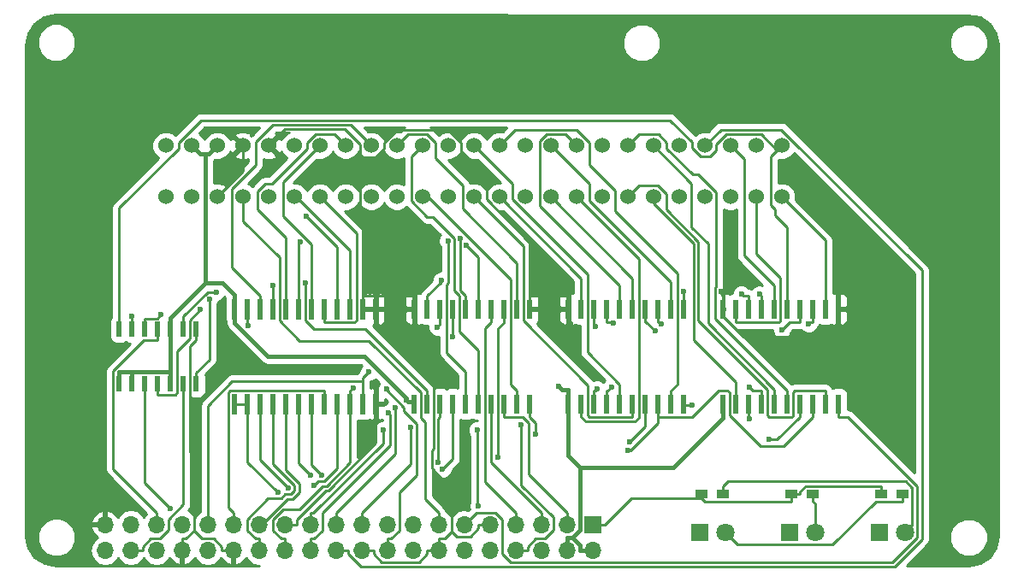
<source format=gbr>
G04 #@! TF.FileFunction,Copper,L2,Bot,Signal*
%FSLAX46Y46*%
G04 Gerber Fmt 4.6, Leading zero omitted, Abs format (unit mm)*
G04 Created by KiCad (PCBNEW 4.0.7) date 02/21/19 02:12:21*
%MOMM*%
%LPD*%
G01*
G04 APERTURE LIST*
%ADD10C,0.100000*%
%ADD11R,1.700000X1.700000*%
%ADD12O,1.700000X1.700000*%
%ADD13R,0.600000X1.950000*%
%ADD14R,0.600000X2.000000*%
%ADD15R,0.600000X1.500000*%
%ADD16R,1.800000X1.800000*%
%ADD17C,1.800000*%
%ADD18C,1.524000*%
%ADD19R,1.200000X0.900000*%
%ADD20C,0.600000*%
%ADD21C,0.250000*%
%ADD22C,0.400000*%
%ADD23C,0.254000*%
G04 APERTURE END LIST*
D10*
D11*
X172298000Y-109703000D03*
D12*
X172298000Y-112243000D03*
X169758000Y-109703000D03*
X169758000Y-112243000D03*
X167218000Y-109703000D03*
X167218000Y-112243000D03*
X164678000Y-109703000D03*
X164678000Y-112243000D03*
X162138000Y-109703000D03*
X162138000Y-112243000D03*
X159598000Y-109703000D03*
X159598000Y-112243000D03*
X157058000Y-109703000D03*
X157058000Y-112243000D03*
X154518000Y-109703000D03*
X154518000Y-112243000D03*
X151978000Y-109703000D03*
X151978000Y-112243000D03*
X149438000Y-109703000D03*
X149438000Y-112243000D03*
X146898000Y-109703000D03*
X146898000Y-112243000D03*
X144358000Y-109703000D03*
X144358000Y-112243000D03*
X141818000Y-109703000D03*
X141818000Y-112243000D03*
X139278000Y-109703000D03*
X139278000Y-112243000D03*
X136738000Y-109703000D03*
X136738000Y-112243000D03*
X134198000Y-109703000D03*
X134198000Y-112243000D03*
X131658000Y-109703000D03*
X131658000Y-112243000D03*
X129118000Y-109703000D03*
X129118000Y-112243000D03*
X126578000Y-109703000D03*
X126578000Y-112243000D03*
X124038000Y-109703000D03*
X124038000Y-112243000D03*
D13*
X169875000Y-88337700D03*
X171145000Y-88337700D03*
X172415000Y-88337700D03*
X173685000Y-88337700D03*
X174955000Y-88337700D03*
X176225000Y-88337700D03*
X177495000Y-88337700D03*
X178765000Y-88337700D03*
X180035000Y-88337700D03*
X181305000Y-88337700D03*
X181305000Y-97737700D03*
X180035000Y-97737700D03*
X178765000Y-97737700D03*
X177495000Y-97737700D03*
X176225000Y-97737700D03*
X174955000Y-97737700D03*
X173685000Y-97737700D03*
X172415000Y-97737700D03*
X171145000Y-97737700D03*
X169875000Y-97737700D03*
X154635000Y-88337700D03*
X155905000Y-88337700D03*
X157175000Y-88337700D03*
X158445000Y-88337700D03*
X159715000Y-88337700D03*
X160985000Y-88337700D03*
X162255000Y-88337700D03*
X163525000Y-88337700D03*
X164795000Y-88337700D03*
X166065000Y-88337700D03*
X166065000Y-97737700D03*
X164795000Y-97737700D03*
X163525000Y-97737700D03*
X162255000Y-97737700D03*
X160985000Y-97737700D03*
X159715000Y-97737700D03*
X158445000Y-97737700D03*
X157175000Y-97737700D03*
X155905000Y-97737700D03*
X154635000Y-97737700D03*
X185166000Y-88337700D03*
X186436000Y-88337700D03*
X187706000Y-88337700D03*
X188976000Y-88337700D03*
X190246000Y-88337700D03*
X191516000Y-88337700D03*
X192786000Y-88337700D03*
X194056000Y-88337700D03*
X195326000Y-88337700D03*
X196596000Y-88337700D03*
X196596000Y-97737700D03*
X195326000Y-97737700D03*
X194056000Y-97737700D03*
X192786000Y-97737700D03*
X191516000Y-97737700D03*
X190246000Y-97737700D03*
X188976000Y-97737700D03*
X187706000Y-97737700D03*
X186436000Y-97737700D03*
X185166000Y-97737700D03*
D14*
X136855000Y-88337700D03*
X138125000Y-88337700D03*
X139395000Y-88337700D03*
X140665000Y-88337700D03*
X141935000Y-88337700D03*
X143205000Y-88337700D03*
X144475000Y-88337700D03*
X145745000Y-88337700D03*
X147015000Y-88337700D03*
X148285000Y-88337700D03*
X149555000Y-88337700D03*
X150825000Y-88337700D03*
X150825000Y-97737700D03*
X149555000Y-97737700D03*
X148285000Y-97737700D03*
X147015000Y-97737700D03*
X145745000Y-97737700D03*
X144475000Y-97737700D03*
X143205000Y-97737700D03*
X141935000Y-97737700D03*
X140665000Y-97737700D03*
X139395000Y-97737700D03*
X138125000Y-97737700D03*
X136855000Y-97737700D03*
D15*
X125425000Y-90337700D03*
X126695000Y-90337700D03*
X127965000Y-90337700D03*
X129235000Y-90337700D03*
X130505000Y-90337700D03*
X131775000Y-90337700D03*
X133045000Y-90337700D03*
X133045000Y-95737700D03*
X131775000Y-95737700D03*
X130505000Y-95737700D03*
X129235000Y-95737700D03*
X127965000Y-95737700D03*
X126695000Y-95737700D03*
X125425000Y-95737700D03*
D16*
X182842000Y-110465000D03*
D17*
X185382000Y-110465000D03*
D16*
X191732000Y-110465000D03*
D17*
X194272000Y-110465000D03*
D16*
X200622000Y-110465000D03*
D17*
X203162000Y-110465000D03*
D18*
X191008000Y-72136000D03*
X191008000Y-77216000D03*
X188468000Y-72136000D03*
X188468000Y-77216000D03*
X185928000Y-72136000D03*
X185928000Y-77216000D03*
X183388000Y-72136000D03*
X183388000Y-77216000D03*
X180848000Y-72136000D03*
X180848000Y-77216000D03*
X178308000Y-72136000D03*
X178308000Y-77216000D03*
X175768000Y-72136000D03*
X175768000Y-77216000D03*
X173228000Y-72136000D03*
X173228000Y-77216000D03*
X170688000Y-72136000D03*
X170688000Y-77216000D03*
X168148000Y-72136000D03*
X168148000Y-77216000D03*
X165608000Y-72136000D03*
X165608000Y-77216000D03*
X163068000Y-72136000D03*
X163068000Y-77216000D03*
X160528000Y-72136000D03*
X160528000Y-77216000D03*
X157988000Y-72136000D03*
X157988000Y-77216000D03*
X155448000Y-72136000D03*
X155448000Y-77216000D03*
X152908000Y-72136000D03*
X152908000Y-77216000D03*
X150368000Y-72136000D03*
X150368000Y-77216000D03*
X147828000Y-72136000D03*
X147828000Y-77216000D03*
X145288000Y-72136000D03*
X145288000Y-77216000D03*
X142748000Y-72136000D03*
X142748000Y-77216000D03*
X140208000Y-72136000D03*
X140208000Y-77216000D03*
X137668000Y-72136000D03*
X137668000Y-77216000D03*
X135128000Y-72136000D03*
X135128000Y-77216000D03*
X132588000Y-72136000D03*
X132588000Y-77216000D03*
X130048000Y-72136000D03*
X130048000Y-77216000D03*
D19*
X183012000Y-106655000D03*
X185212000Y-106655000D03*
X191902000Y-106655000D03*
X194102000Y-106655000D03*
X200792000Y-106655000D03*
X202992000Y-106655000D03*
D20*
X181290400Y-86554700D03*
X185016100Y-86554700D03*
X170095600Y-89823300D03*
X153832100Y-97335400D03*
X168887800Y-96020700D03*
X144394400Y-104791200D03*
X144724100Y-105788500D03*
X150156900Y-94577600D03*
X156886200Y-90113500D03*
X158445100Y-91038700D03*
X148576100Y-96121300D03*
X157440500Y-104168900D03*
X156987100Y-103490200D03*
X145495700Y-104791200D03*
X162881100Y-102977300D03*
X126695000Y-89079500D03*
X129564600Y-88917700D03*
X151888600Y-96228800D03*
X133471500Y-88396600D03*
X135023100Y-86661700D03*
X159207900Y-81350200D03*
X157296100Y-85527700D03*
X143840000Y-85706900D03*
X157951300Y-81576600D03*
X159773900Y-82005500D03*
X140636200Y-86036400D03*
X143338800Y-81705200D03*
X143973400Y-79140000D03*
X134376200Y-87348900D03*
X141119500Y-106486000D03*
X187001100Y-86872800D03*
X172590900Y-90054700D03*
X152086200Y-98635700D03*
X178442000Y-90517000D03*
X154254700Y-100055400D03*
X191019100Y-90427000D03*
X193669700Y-89814700D03*
X179098500Y-89814700D03*
X151518500Y-100310200D03*
X172727700Y-96243600D03*
X187816900Y-99225200D03*
X160837100Y-100328600D03*
X160962700Y-107855600D03*
X175797900Y-102334400D03*
X174299600Y-89706000D03*
X188792600Y-86854000D03*
X152722600Y-98096600D03*
X189765200Y-101281900D03*
X175973600Y-101470200D03*
X174156500Y-96036300D03*
X187762500Y-96036300D03*
X165212900Y-99801700D03*
X142167000Y-106075400D03*
X166665700Y-100702300D03*
X182116700Y-97829400D03*
X130468100Y-108102400D03*
X138181800Y-90019100D03*
D21*
X133045000Y-90337700D02*
X133045000Y-91413000D01*
X131658000Y-112243000D02*
X131658000Y-111067700D01*
X136738000Y-112243000D02*
X135562700Y-112243000D01*
X135562700Y-111875600D02*
X135562700Y-112243000D01*
X134754800Y-111067700D02*
X135562700Y-111875600D01*
X133641200Y-111067700D02*
X134754800Y-111067700D01*
X132833300Y-110259800D02*
X133641200Y-111067700D01*
X132833300Y-102943900D02*
X132833300Y-110259800D01*
X132419700Y-102530300D02*
X132833300Y-102943900D01*
X132419700Y-92038300D02*
X132419700Y-102530300D01*
X133045000Y-91413000D02*
X132419700Y-92038300D01*
X132025400Y-111067700D02*
X131658000Y-111067700D01*
X132833300Y-110259800D02*
X132025400Y-111067700D01*
X149555000Y-88337700D02*
X149555000Y-87012400D01*
X154635000Y-88337700D02*
X154635000Y-89638000D01*
X162138000Y-109703000D02*
X160962700Y-109703000D01*
X181305000Y-86569300D02*
X181290400Y-86554700D01*
X181305000Y-88337700D02*
X181305000Y-86569300D01*
X185016100Y-86887500D02*
X185016100Y-86554700D01*
X185166000Y-87037400D02*
X185016100Y-86887500D01*
X150825000Y-88337700D02*
X150825000Y-87675000D01*
X185166000Y-87687500D02*
X185166000Y-87037400D01*
X169875000Y-88337700D02*
X169875000Y-87037400D01*
X166065000Y-87037400D02*
X169875000Y-87037400D01*
X166065000Y-81750700D02*
X166065000Y-87037400D01*
X161798000Y-77483700D02*
X166065000Y-81750700D01*
X161798000Y-75270200D02*
X161798000Y-77483700D01*
X159258000Y-72730200D02*
X161798000Y-75270200D01*
X159258000Y-71822700D02*
X159258000Y-72730200D01*
X158007800Y-70572500D02*
X159258000Y-71822700D01*
X152891500Y-70572500D02*
X158007800Y-70572500D01*
X151638000Y-71826000D02*
X152891500Y-70572500D01*
X151638000Y-72430700D02*
X151638000Y-71826000D01*
X150796000Y-73272700D02*
X151638000Y-72430700D01*
X149269400Y-73272700D02*
X150796000Y-73272700D01*
X166065000Y-87037400D02*
X166065000Y-88337700D01*
X169910300Y-89638000D02*
X170095600Y-89823300D01*
X169875000Y-89638000D02*
X169910300Y-89638000D01*
X169875000Y-88337700D02*
X169875000Y-89638000D01*
X185166000Y-87687500D02*
X185166000Y-88337700D01*
X195181600Y-91052400D02*
X196596000Y-89638000D01*
X187200500Y-91052400D02*
X195181600Y-91052400D01*
X185166000Y-89017900D02*
X187200500Y-91052400D01*
X185166000Y-88337700D02*
X185166000Y-89017900D01*
X196596000Y-88337700D02*
X196596000Y-89638000D01*
X154635000Y-88337700D02*
X154635000Y-87037400D01*
X149555000Y-78497600D02*
X149555000Y-87012400D01*
X149269400Y-78212000D02*
X149555000Y-78497600D01*
X149269400Y-73272700D02*
X149269400Y-78212000D01*
X150825000Y-87037400D02*
X154635000Y-87037400D01*
X150825000Y-87675000D02*
X150825000Y-87037400D01*
X150800000Y-87012400D02*
X149555000Y-87012400D01*
X150825000Y-87037400D02*
X150800000Y-87012400D01*
X141818000Y-109703000D02*
X142993300Y-109703000D01*
X150825000Y-97737700D02*
X150825000Y-99063000D01*
X150613300Y-112610400D02*
X150613300Y-112243000D01*
X151421200Y-113418300D02*
X150613300Y-112610400D01*
X155074700Y-113418300D02*
X151421200Y-113418300D01*
X155882700Y-112610300D02*
X155074700Y-113418300D01*
X155882700Y-112243000D02*
X155882700Y-112610300D01*
X157058000Y-112243000D02*
X155882700Y-112243000D01*
X149438000Y-112243000D02*
X150613300Y-112243000D01*
X157058000Y-112243000D02*
X157058000Y-111067700D01*
X157612300Y-111067700D02*
X157058000Y-111067700D01*
X158326800Y-110353200D02*
X157612300Y-111067700D01*
X160962700Y-110070400D02*
X160962700Y-109703000D01*
X160154800Y-110878300D02*
X160962700Y-110070400D01*
X158851900Y-110878300D02*
X160154800Y-110878300D01*
X158326800Y-110353200D02*
X158851900Y-110878300D01*
X142993300Y-109237700D02*
X142993300Y-109703000D01*
X145913900Y-106317100D02*
X142993300Y-109237700D01*
X146128000Y-106317100D02*
X145913900Y-106317100D01*
X150825000Y-101620100D02*
X146128000Y-106317100D01*
X150825000Y-99063000D02*
X150825000Y-101620100D01*
X156530300Y-91533300D02*
X154635000Y-89638000D01*
X156530300Y-102211900D02*
X156530300Y-91533300D01*
X156361600Y-102380600D02*
X156530300Y-102211900D01*
X156361600Y-104149400D02*
X156361600Y-102380600D01*
X158326800Y-106114600D02*
X156361600Y-104149400D01*
X158326800Y-110353200D02*
X158326800Y-106114600D01*
X149269300Y-73272700D02*
X149269400Y-73272700D01*
X149269300Y-72036400D02*
X149269300Y-73272700D01*
X147773000Y-70540100D02*
X149269300Y-72036400D01*
X141803900Y-70540100D02*
X147773000Y-70540100D01*
X140208000Y-72136000D02*
X141803900Y-70540100D01*
X137668000Y-74676000D02*
X135128000Y-77216000D01*
X137668000Y-72136000D02*
X137668000Y-74676000D01*
D22*
X130505000Y-90347600D02*
X130505000Y-91488000D01*
X185166000Y-97737700D02*
X185166000Y-99113000D01*
X154635000Y-97737700D02*
X154635000Y-97550200D01*
X126695000Y-95737700D02*
X126695000Y-94587400D01*
X130505000Y-94587400D02*
X126695000Y-94587400D01*
X130505000Y-95737700D02*
X130505000Y-94587400D01*
X130505000Y-94587400D02*
X130505000Y-91488000D01*
X125425000Y-94587400D02*
X126695000Y-94587400D01*
X125425000Y-95737700D02*
X125425000Y-94587400D01*
X130505000Y-90347600D02*
X130505000Y-90337700D01*
X130505000Y-90337700D02*
X130505000Y-89187400D01*
X133450100Y-72998100D02*
X133937400Y-72998100D01*
X132588000Y-72136000D02*
X133450100Y-72998100D01*
X134265900Y-72998100D02*
X135128000Y-72136000D01*
X133937400Y-72998100D02*
X134265900Y-72998100D01*
X136855000Y-88337700D02*
X136855000Y-89738000D01*
X135672600Y-85755000D02*
X136855000Y-86937400D01*
X133937400Y-85755000D02*
X135672600Y-85755000D01*
X133937400Y-72998100D02*
X133937400Y-85755000D01*
X133937400Y-85755000D02*
X130505000Y-89187400D01*
X136855000Y-88337700D02*
X136855000Y-86937400D01*
X169229500Y-96362400D02*
X169875000Y-96362400D01*
X168887800Y-96020700D02*
X169229500Y-96362400D01*
X169875000Y-97737700D02*
X169875000Y-96362400D01*
X180273000Y-104006000D02*
X171047800Y-104006000D01*
X185166000Y-99113000D02*
X180273000Y-104006000D01*
X169875000Y-102833200D02*
X169875000Y-97737700D01*
X171047800Y-104006000D02*
X169875000Y-102833200D01*
X169758000Y-112243000D02*
X169758000Y-110992700D01*
X172298000Y-112243000D02*
X171047700Y-112243000D01*
X171047700Y-111764300D02*
X171047700Y-112243000D01*
X170276100Y-110992700D02*
X171047700Y-111764300D01*
X171047600Y-110221200D02*
X170276100Y-110992700D01*
X171047600Y-104006200D02*
X171047600Y-110221200D01*
X171047800Y-104006000D02*
X171047600Y-104006200D01*
X170276100Y-110992700D02*
X169758000Y-110992700D01*
X154046900Y-97550200D02*
X153832100Y-97335400D01*
X154635000Y-97550200D02*
X154046900Y-97550200D01*
X140162500Y-93045500D02*
X136855000Y-89738000D01*
X149695700Y-93045500D02*
X140162500Y-93045500D01*
X153832100Y-97181900D02*
X149695700Y-93045500D01*
X153832100Y-97335400D02*
X153832100Y-97181900D01*
D21*
X167218000Y-109703000D02*
X167218000Y-108527700D01*
X162255000Y-97737700D02*
X162255000Y-99038000D01*
X162255000Y-103564700D02*
X162255000Y-99038000D01*
X167218000Y-108527700D02*
X162255000Y-103564700D01*
X143205000Y-103601800D02*
X144394400Y-104791200D01*
X143205000Y-97737700D02*
X143205000Y-103601800D01*
X147015000Y-97737700D02*
X147015000Y-99063000D01*
X147015000Y-104156300D02*
X147015000Y-99063000D01*
X145754800Y-105416500D02*
X147015000Y-104156300D01*
X145096100Y-105416500D02*
X145754800Y-105416500D01*
X144724100Y-105788500D02*
X145096100Y-105416500D01*
X161629700Y-90263300D02*
X162255000Y-89638000D01*
X161629700Y-105479400D02*
X161629700Y-90263300D01*
X164678000Y-108527700D02*
X161629700Y-105479400D01*
X164678000Y-109703000D02*
X164678000Y-108527700D01*
X162255000Y-88337700D02*
X162255000Y-89638000D01*
X149555000Y-97737700D02*
X149555000Y-96412400D01*
X157175000Y-89824700D02*
X157175000Y-88337700D01*
X156886200Y-90113500D02*
X157175000Y-89824700D01*
X149555000Y-96412400D02*
X149555000Y-95487700D01*
X134198000Y-97898100D02*
X134198000Y-109703000D01*
X136608400Y-95487700D02*
X134198000Y-97898100D01*
X149555000Y-95487700D02*
X136608400Y-95487700D01*
X149555000Y-95179500D02*
X150156900Y-94577600D01*
X149555000Y-95487700D02*
X149555000Y-95179500D01*
X158445000Y-88337700D02*
X158445000Y-89638000D01*
X158445100Y-89638000D02*
X158445100Y-91038700D01*
X158445000Y-89638000D02*
X158445100Y-89638000D01*
X148576100Y-96121300D02*
X148285000Y-96412400D01*
X148285000Y-97075000D02*
X148285000Y-96412400D01*
X141818000Y-112243000D02*
X141818000Y-111067700D01*
X148285000Y-97075000D02*
X148285000Y-97737700D01*
X148285000Y-103523200D02*
X148285000Y-97737700D01*
X145941400Y-105866800D02*
X148285000Y-103523200D01*
X145560800Y-105866800D02*
X145941400Y-105866800D01*
X143245900Y-108181700D02*
X145560800Y-105866800D01*
X141672900Y-108181700D02*
X143245900Y-108181700D01*
X140642700Y-109211900D02*
X141672900Y-108181700D01*
X140642700Y-110259800D02*
X140642700Y-109211900D01*
X141450600Y-111067700D02*
X140642700Y-110259800D01*
X141818000Y-111067700D02*
X141450600Y-111067700D01*
X141935000Y-97737700D02*
X141935000Y-99063000D01*
X158445000Y-97737700D02*
X158445000Y-99038000D01*
X141935000Y-104322100D02*
X141935000Y-99063000D01*
X143242600Y-105629700D02*
X141935000Y-104322100D01*
X143242600Y-106521100D02*
X143242600Y-105629700D01*
X142612700Y-107151000D02*
X143242600Y-106521100D01*
X142049900Y-107151000D02*
X142612700Y-107151000D01*
X139497900Y-109703000D02*
X142049900Y-107151000D01*
X139278000Y-109703000D02*
X139497900Y-109703000D01*
X158445000Y-103164400D02*
X157440500Y-104168900D01*
X158445000Y-99038000D02*
X158445000Y-103164400D01*
X140665000Y-97737700D02*
X140665000Y-99063000D01*
X139278000Y-112243000D02*
X139278000Y-111067700D01*
X140665000Y-103689000D02*
X140665000Y-99063000D01*
X142792300Y-105816300D02*
X140665000Y-103689000D01*
X142792300Y-106334500D02*
X142792300Y-105816300D01*
X142426100Y-106700700D02*
X142792300Y-106334500D01*
X141863300Y-106700700D02*
X142426100Y-106700700D01*
X141452700Y-107111300D02*
X141863300Y-106700700D01*
X140158100Y-107111300D02*
X141452700Y-107111300D01*
X138102700Y-109166700D02*
X140158100Y-107111300D01*
X138102700Y-110259800D02*
X138102700Y-109166700D01*
X138910600Y-111067700D02*
X138102700Y-110259800D01*
X139278000Y-111067700D02*
X138910600Y-111067700D01*
X156987100Y-99225900D02*
X157175000Y-99038000D01*
X156987100Y-103490200D02*
X156987100Y-99225900D01*
X157175000Y-97737700D02*
X157175000Y-99038000D01*
X169758000Y-109703000D02*
X169758000Y-108527700D01*
X163525000Y-97737700D02*
X163525000Y-99038000D01*
X165333600Y-99038000D02*
X163525000Y-99038000D01*
X165943800Y-99648200D02*
X165333600Y-99038000D01*
X165943800Y-104713500D02*
X165943800Y-99648200D01*
X169758000Y-108527700D02*
X165943800Y-104713500D01*
X144475000Y-103770500D02*
X145495700Y-104791200D01*
X144475000Y-97737700D02*
X144475000Y-103770500D01*
X163525000Y-88337700D02*
X163525000Y-89638000D01*
X136229600Y-108019300D02*
X136738000Y-108527700D01*
X136229600Y-96583400D02*
X136229600Y-108019300D01*
X136400600Y-96412400D02*
X136229600Y-96583400D01*
X145745000Y-96412400D02*
X136400600Y-96412400D01*
X145745000Y-97737700D02*
X145745000Y-96412400D01*
X136738000Y-109703000D02*
X136738000Y-108527700D01*
X162881100Y-90281900D02*
X162881100Y-102977300D01*
X163525000Y-89638000D02*
X162881100Y-90281900D01*
X125425000Y-78324100D02*
X125425000Y-90337700D01*
X131318000Y-72431100D02*
X125425000Y-78324100D01*
X131318000Y-71860000D02*
X131318000Y-72431100D01*
X133560800Y-69617200D02*
X131318000Y-71860000D01*
X179930700Y-69617200D02*
X133560800Y-69617200D01*
X182118000Y-71804500D02*
X179930700Y-69617200D01*
X182118000Y-72407300D02*
X182118000Y-71804500D01*
X182936100Y-73225400D02*
X182118000Y-72407300D01*
X183860800Y-73225400D02*
X182936100Y-73225400D01*
X184479500Y-72606700D02*
X183860800Y-73225400D01*
X184479500Y-72046700D02*
X184479500Y-72606700D01*
X185489200Y-71037000D02*
X184479500Y-72046700D01*
X188954100Y-71037000D02*
X185489200Y-71037000D01*
X190530600Y-72613400D02*
X188954100Y-71037000D01*
X191008000Y-72136000D02*
X190530600Y-72613400D01*
X191516000Y-80263900D02*
X191516000Y-88337700D01*
X190319900Y-79067800D02*
X191516000Y-80263900D01*
X190319900Y-78431000D02*
X190319900Y-79067800D01*
X189892400Y-78003500D02*
X190319900Y-78431000D01*
X189892400Y-73251600D02*
X189892400Y-78003500D01*
X190530600Y-72613400D02*
X189892400Y-73251600D01*
X126695000Y-89079500D02*
X126695000Y-90337700D01*
X195326000Y-81534000D02*
X195326000Y-88337700D01*
X191008000Y-77216000D02*
X195326000Y-81534000D01*
X127965000Y-90337700D02*
X127965000Y-89262400D01*
X129219900Y-89262400D02*
X129564600Y-88917700D01*
X127965000Y-89262400D02*
X129219900Y-89262400D01*
X190740600Y-89638000D02*
X186436000Y-89638000D01*
X190871400Y-89507200D02*
X190740600Y-89638000D01*
X190871400Y-85262400D02*
X190871400Y-89507200D01*
X188468000Y-82859000D02*
X190871400Y-85262400D01*
X188468000Y-77216000D02*
X188468000Y-82859000D01*
X186436000Y-88337700D02*
X186436000Y-89638000D01*
X152345400Y-111067700D02*
X151978000Y-111067700D01*
X153153300Y-110259800D02*
X152345400Y-111067700D01*
X153153300Y-106511600D02*
X153153300Y-110259800D01*
X154897200Y-104767700D02*
X153153300Y-106511600D01*
X154897200Y-99736900D02*
X154897200Y-104767700D01*
X153624800Y-98464500D02*
X154897200Y-99736900D01*
X153624800Y-98065500D02*
X153624800Y-98464500D01*
X151888600Y-96329300D02*
X153624800Y-98065500D01*
X151888600Y-96228800D02*
X151888600Y-96329300D01*
X151978000Y-112243000D02*
X151978000Y-111067700D01*
X129235000Y-95737700D02*
X129235000Y-96813000D01*
X130947900Y-96813000D02*
X129235000Y-96813000D01*
X131149600Y-96611300D02*
X130947900Y-96813000D01*
X131149600Y-92492600D02*
X131149600Y-96611300D01*
X132419600Y-91222600D02*
X131149600Y-92492600D01*
X132419600Y-89448500D02*
X132419600Y-91222600D01*
X133471500Y-88396600D02*
X132419600Y-89448500D01*
X190246000Y-97737700D02*
X190246000Y-96437400D01*
X182066000Y-75894000D02*
X178308000Y-72136000D01*
X182066000Y-80255200D02*
X182066000Y-75894000D01*
X183694100Y-81883300D02*
X182066000Y-80255200D01*
X183694100Y-89753700D02*
X183694100Y-81883300D01*
X190246000Y-96305600D02*
X183694100Y-89753700D01*
X190246000Y-96437400D02*
X190246000Y-96305600D01*
X186436000Y-95572000D02*
X186436000Y-97737700D01*
X182288600Y-91424600D02*
X186436000Y-95572000D01*
X182288600Y-81833400D02*
X182288600Y-91424600D01*
X178308000Y-77852800D02*
X182288600Y-81833400D01*
X178308000Y-77216000D02*
X178308000Y-77852800D01*
X191516000Y-97737700D02*
X191516000Y-96437400D01*
X176856100Y-71047900D02*
X175768000Y-72136000D01*
X178800400Y-71047900D02*
X176856100Y-71047900D01*
X179578000Y-71825500D02*
X178800400Y-71047900D01*
X179578000Y-72415200D02*
X179578000Y-71825500D01*
X182169400Y-75006600D02*
X179578000Y-72415200D01*
X182746000Y-75006600D02*
X182169400Y-75006600D01*
X184524500Y-76785100D02*
X182746000Y-75006600D01*
X184524500Y-86115100D02*
X184524500Y-76785100D01*
X184369900Y-86269700D02*
X184524500Y-86115100D01*
X184369900Y-89291300D02*
X184369900Y-86269700D01*
X191516000Y-96437400D02*
X184369900Y-89291300D01*
X192286000Y-96437400D02*
X195326000Y-96437400D01*
X192141400Y-96582000D02*
X192286000Y-96437400D01*
X192141400Y-98889600D02*
X192141400Y-96582000D01*
X191992900Y-99038100D02*
X192141400Y-98889600D01*
X189746100Y-99038100D02*
X191992900Y-99038100D01*
X189601400Y-98893400D02*
X189746100Y-99038100D01*
X189601400Y-96354900D02*
X189601400Y-98893400D01*
X182738900Y-89492400D02*
X189601400Y-96354900D01*
X182738900Y-81646800D02*
X182738900Y-89492400D01*
X179578000Y-78485900D02*
X182738900Y-81646800D01*
X179578000Y-76901300D02*
X179578000Y-78485900D01*
X178762400Y-76085700D02*
X179578000Y-76901300D01*
X176898300Y-76085700D02*
X178762400Y-76085700D01*
X175768000Y-77216000D02*
X176898300Y-76085700D01*
X195326000Y-97737700D02*
X195326000Y-96437400D01*
X131775000Y-90337700D02*
X131775000Y-89262400D01*
X134179100Y-86661700D02*
X135023100Y-86661700D01*
X131775000Y-89065800D02*
X134179100Y-86661700D01*
X131775000Y-89262400D02*
X131775000Y-89065800D01*
X174955000Y-86011600D02*
X174955000Y-88337700D01*
X167053200Y-78109800D02*
X174955000Y-86011600D01*
X167053200Y-71687200D02*
X167053200Y-78109800D01*
X167694800Y-71045600D02*
X167053200Y-71687200D01*
X169597600Y-71045600D02*
X167694800Y-71045600D01*
X170688000Y-72136000D02*
X169597600Y-71045600D01*
X171606400Y-99499400D02*
X171145000Y-99038000D01*
X176434400Y-99499400D02*
X171606400Y-99499400D01*
X176850400Y-99083400D02*
X176434400Y-99499400D01*
X176850400Y-83378400D02*
X176850400Y-99083400D01*
X170688000Y-77216000D02*
X176850400Y-83378400D01*
X171145000Y-97737700D02*
X171145000Y-99038000D01*
X180035000Y-85656100D02*
X180035000Y-88337700D01*
X171958000Y-77579100D02*
X180035000Y-85656100D01*
X171958000Y-75946000D02*
X171958000Y-77579100D01*
X168148000Y-72136000D02*
X171958000Y-75946000D01*
X176225000Y-85293000D02*
X176225000Y-88337700D01*
X168148000Y-77216000D02*
X176225000Y-85293000D01*
X159715000Y-88337700D02*
X159715000Y-87037400D01*
X159148600Y-81409500D02*
X159207900Y-81350200D01*
X159148600Y-86471000D02*
X159148600Y-81409500D01*
X159715000Y-87037400D02*
X159148600Y-86471000D01*
X155905000Y-88337700D02*
X155905000Y-87037400D01*
X157296100Y-85646300D02*
X157296100Y-85527700D01*
X155905000Y-87037400D02*
X157296100Y-85646300D01*
X164608800Y-70595200D02*
X163068000Y-72136000D01*
X170717800Y-70595200D02*
X164608800Y-70595200D01*
X171958000Y-71835400D02*
X170717800Y-70595200D01*
X171958000Y-74081800D02*
X171958000Y-71835400D01*
X174498000Y-76621800D02*
X171958000Y-74081800D01*
X174498000Y-78665200D02*
X174498000Y-76621800D01*
X180660400Y-84827600D02*
X174498000Y-78665200D01*
X180660400Y-95812000D02*
X180660400Y-84827600D01*
X180035000Y-96437400D02*
X180660400Y-95812000D01*
X180035000Y-97737700D02*
X180035000Y-96437400D01*
X171145000Y-85293000D02*
X171145000Y-88337700D01*
X163068000Y-77216000D02*
X171145000Y-85293000D01*
X174955000Y-95780300D02*
X174955000Y-97737700D01*
X171770400Y-92595700D02*
X174955000Y-95780300D01*
X171770400Y-84916100D02*
X171770400Y-92595700D01*
X164338000Y-77483700D02*
X171770400Y-84916100D01*
X164338000Y-75946000D02*
X164338000Y-77483700D01*
X160528000Y-72136000D02*
X164338000Y-75946000D01*
X171979700Y-99038000D02*
X176225000Y-99038000D01*
X171782000Y-98840300D02*
X171979700Y-99038000D01*
X171782000Y-95872900D02*
X171782000Y-98840300D01*
X165420400Y-89511300D02*
X171782000Y-95872900D01*
X165420400Y-82108400D02*
X165420400Y-89511300D01*
X160528000Y-77216000D02*
X165420400Y-82108400D01*
X176225000Y-97737700D02*
X176225000Y-99038000D01*
X155905000Y-97737700D02*
X155905000Y-96437400D01*
X149767400Y-90299800D02*
X155905000Y-96437400D01*
X144662100Y-90299800D02*
X149767400Y-90299800D01*
X143840000Y-89477700D02*
X144662100Y-90299800D01*
X143840000Y-85706900D02*
X143840000Y-89477700D01*
X159715000Y-94587800D02*
X159715000Y-97737700D01*
X157810100Y-92682900D02*
X159715000Y-94587800D01*
X157810100Y-85898300D02*
X157810100Y-92682900D01*
X157951300Y-85757100D02*
X157810100Y-85898300D01*
X157951300Y-81576600D02*
X157951300Y-85757100D01*
X160985000Y-92452800D02*
X160985000Y-97737700D01*
X159070300Y-90538100D02*
X160985000Y-92452800D01*
X159070300Y-87029600D02*
X159070300Y-90538100D01*
X158576600Y-86535900D02*
X159070300Y-87029600D01*
X158576600Y-81317500D02*
X158576600Y-86535900D01*
X156446400Y-79187300D02*
X158576600Y-81317500D01*
X155874700Y-79187300D02*
X156446400Y-79187300D01*
X154346800Y-77659400D02*
X155874700Y-79187300D01*
X154346800Y-73237200D02*
X154346800Y-77659400D01*
X155448000Y-72136000D02*
X154346800Y-73237200D01*
X164169700Y-95812100D02*
X164795000Y-96437400D01*
X164169700Y-85417400D02*
X164169700Y-95812100D01*
X155968300Y-77216000D02*
X164169700Y-85417400D01*
X155448000Y-77216000D02*
X155968300Y-77216000D01*
X164795000Y-97737700D02*
X164795000Y-96437400D01*
X164795000Y-83766900D02*
X164795000Y-88337700D01*
X159419500Y-78391400D02*
X164795000Y-83766900D01*
X159419500Y-76069100D02*
X159419500Y-78391400D01*
X156718000Y-73367600D02*
X159419500Y-76069100D01*
X156718000Y-71858600D02*
X156718000Y-73367600D01*
X155894600Y-71035200D02*
X156718000Y-71858600D01*
X154008800Y-71035200D02*
X155894600Y-71035200D01*
X152908000Y-72136000D02*
X154008800Y-71035200D01*
X160985000Y-83216600D02*
X159773900Y-82005500D01*
X160985000Y-88337700D02*
X160985000Y-83216600D01*
X136579100Y-84196500D02*
X139395000Y-87012400D01*
X136579100Y-76401800D02*
X136579100Y-84196500D01*
X138938000Y-74042900D02*
X136579100Y-76401800D01*
X138938000Y-71799400D02*
X138938000Y-74042900D01*
X140647700Y-70089700D02*
X138938000Y-71799400D01*
X148321700Y-70089700D02*
X140647700Y-70089700D01*
X150368000Y-72136000D02*
X148321700Y-70089700D01*
X139395000Y-88337700D02*
X139395000Y-87012400D01*
X140665000Y-88337700D02*
X140665000Y-87012400D01*
X140665000Y-86065200D02*
X140636200Y-86036400D01*
X140665000Y-87012400D02*
X140665000Y-86065200D01*
X146736700Y-71044700D02*
X147828000Y-72136000D01*
X144831500Y-71044700D02*
X146736700Y-71044700D01*
X144018000Y-71858200D02*
X144831500Y-71044700D01*
X144018000Y-72427500D02*
X144018000Y-71858200D01*
X140537900Y-75907600D02*
X144018000Y-72427500D01*
X139915100Y-75907600D02*
X140537900Y-75907600D01*
X139113500Y-76709200D02*
X139915100Y-75907600D01*
X139113500Y-78478900D02*
X139113500Y-76709200D01*
X141935000Y-81300400D02*
X139113500Y-78478900D01*
X141935000Y-88337700D02*
X141935000Y-81300400D01*
X143205000Y-88337700D02*
X143205000Y-87012400D01*
X143205000Y-81839000D02*
X143338800Y-81705200D01*
X143205000Y-87012400D02*
X143205000Y-81839000D01*
X144475000Y-81938900D02*
X144475000Y-88337700D01*
X141639700Y-79103600D02*
X144475000Y-81938900D01*
X141639700Y-75784300D02*
X141639700Y-79103600D01*
X145288000Y-72136000D02*
X141639700Y-75784300D01*
X148719900Y-89663000D02*
X145745000Y-89663000D01*
X148910400Y-89472500D02*
X148719900Y-89663000D01*
X148910400Y-80838400D02*
X148910400Y-89472500D01*
X145288000Y-77216000D02*
X148910400Y-80838400D01*
X145745000Y-88337700D02*
X145745000Y-89663000D01*
X147015000Y-82181600D02*
X143973400Y-79140000D01*
X147015000Y-88337700D02*
X147015000Y-82181600D01*
X148285000Y-82567200D02*
X148285000Y-88337700D01*
X142933800Y-77216000D02*
X148285000Y-82567200D01*
X142748000Y-77216000D02*
X142933800Y-77216000D01*
X133045000Y-95737700D02*
X133045000Y-94662400D01*
X134376200Y-93331200D02*
X134376200Y-87348900D01*
X133045000Y-94662400D02*
X134376200Y-93331200D01*
X192827300Y-106419600D02*
X192827300Y-106655000D01*
X193367200Y-105879700D02*
X192827300Y-106419600D01*
X200792000Y-105879700D02*
X193367200Y-105879700D01*
X200792000Y-106655000D02*
X200792000Y-105879700D01*
X192364700Y-106655000D02*
X192827300Y-106655000D01*
X183012000Y-106655000D02*
X183012000Y-107042600D01*
X176133700Y-107042600D02*
X173473300Y-109703000D01*
X183012000Y-107042600D02*
X176133700Y-107042600D01*
X172298000Y-109703000D02*
X173473300Y-109703000D01*
X192364700Y-106655000D02*
X191902000Y-106655000D01*
X183399700Y-107430300D02*
X183012000Y-107042600D01*
X191902000Y-107430300D02*
X183399700Y-107430300D01*
X191902000Y-106655000D02*
X191902000Y-107430300D01*
X136855000Y-97737700D02*
X138125000Y-97737700D01*
X138125000Y-103491500D02*
X141119500Y-106486000D01*
X138125000Y-97737700D02*
X138125000Y-103491500D01*
X172415000Y-89878800D02*
X172415000Y-88337700D01*
X172590900Y-90054700D02*
X172415000Y-89878800D01*
X187706000Y-88337700D02*
X187706000Y-87037400D01*
X187165700Y-87037400D02*
X187001100Y-86872800D01*
X187706000Y-87037400D02*
X187165700Y-87037400D01*
X144358000Y-112243000D02*
X144358000Y-111067700D01*
X152198800Y-98748300D02*
X152086200Y-98635700D01*
X152198800Y-101870400D02*
X152198800Y-98748300D01*
X145533300Y-108535900D02*
X152198800Y-101870400D01*
X145533300Y-110259800D02*
X145533300Y-108535900D01*
X144725400Y-111067700D02*
X145533300Y-110259800D01*
X144358000Y-111067700D02*
X144725400Y-111067700D01*
X149438000Y-109703000D02*
X149438000Y-108527700D01*
X177495000Y-88337700D02*
X177495000Y-89638000D01*
X191808100Y-89638000D02*
X191019100Y-90427000D01*
X192786000Y-89638000D02*
X191808100Y-89638000D01*
X192786000Y-88337700D02*
X192786000Y-89638000D01*
X177563000Y-89638000D02*
X178442000Y-90517000D01*
X177495000Y-89638000D02*
X177563000Y-89638000D01*
X154254700Y-103711000D02*
X149438000Y-108527700D01*
X154254700Y-100055400D02*
X154254700Y-103711000D01*
X193846400Y-89638000D02*
X193669700Y-89814700D01*
X194056000Y-89638000D02*
X193846400Y-89638000D01*
X194056000Y-88337700D02*
X194056000Y-89638000D01*
X178921800Y-89638000D02*
X179098500Y-89814700D01*
X178765000Y-89638000D02*
X178921800Y-89638000D01*
X178765000Y-88337700D02*
X178765000Y-89638000D01*
X144622300Y-108527700D02*
X144358000Y-108527700D01*
X151518500Y-101631500D02*
X144622300Y-108527700D01*
X151518500Y-100310200D02*
X151518500Y-101631500D01*
X144358000Y-109703000D02*
X144358000Y-108527700D01*
X172533900Y-96437400D02*
X172415000Y-96437400D01*
X172727700Y-96243600D02*
X172533900Y-96437400D01*
X172415000Y-97737700D02*
X172415000Y-96437400D01*
X187706000Y-99114300D02*
X187816900Y-99225200D01*
X187706000Y-97737700D02*
X187706000Y-99114300D01*
X160837100Y-107730000D02*
X160962700Y-107855600D01*
X160837100Y-100328600D02*
X160837100Y-107730000D01*
X194056000Y-97737700D02*
X194056000Y-99038000D01*
X176051300Y-102334400D02*
X175797900Y-102334400D01*
X178765000Y-99620700D02*
X176051300Y-102334400D01*
X178765000Y-99054900D02*
X178765000Y-99620700D01*
X182093100Y-99054900D02*
X178765000Y-99054900D01*
X184712700Y-96435300D02*
X182093100Y-99054900D01*
X185623700Y-96435300D02*
X184712700Y-96435300D01*
X185810600Y-96622200D02*
X185623700Y-96435300D01*
X185810600Y-98848700D02*
X185810600Y-96622200D01*
X188884700Y-101922800D02*
X185810600Y-98848700D01*
X191171200Y-101922800D02*
X188884700Y-101922800D01*
X194056000Y-99038000D02*
X191171200Y-101922800D01*
X178765000Y-99054900D02*
X178765000Y-97737700D01*
X173685000Y-88337700D02*
X173685000Y-89638000D01*
X174231600Y-89638000D02*
X174299600Y-89706000D01*
X173685000Y-89638000D02*
X174231600Y-89638000D01*
X188976000Y-88337700D02*
X188976000Y-87037400D01*
X188976000Y-87037400D02*
X188792600Y-86854000D01*
X146898000Y-109703000D02*
X146898000Y-108527700D01*
X152722600Y-102703100D02*
X152722600Y-98096600D01*
X146898000Y-108527700D02*
X152722600Y-102703100D01*
X192786000Y-97737700D02*
X192786000Y-99038000D01*
X190542100Y-101281900D02*
X189765200Y-101281900D01*
X192786000Y-99038000D02*
X190542100Y-101281900D01*
X177495000Y-99948800D02*
X177495000Y-97737700D01*
X175973600Y-101470200D02*
X177495000Y-99948800D01*
X173755400Y-96437400D02*
X174156500Y-96036300D01*
X173685000Y-96437400D02*
X173755400Y-96437400D01*
X173685000Y-97737700D02*
X173685000Y-96437400D01*
X188163600Y-96437400D02*
X187762500Y-96036300D01*
X188976000Y-96437400D02*
X188163600Y-96437400D01*
X188976000Y-97737700D02*
X188976000Y-96437400D01*
X164678000Y-112243000D02*
X165853300Y-112243000D01*
X165212900Y-105797700D02*
X165212900Y-99801700D01*
X168393400Y-108978200D02*
X165212900Y-105797700D01*
X168393400Y-110228600D02*
X168393400Y-108978200D01*
X167554300Y-111067700D02*
X168393400Y-110228600D01*
X166661200Y-111067700D02*
X167554300Y-111067700D01*
X165853300Y-111875600D02*
X166661200Y-111067700D01*
X165853300Y-112243000D02*
X165853300Y-111875600D01*
X186607400Y-111690400D02*
X185382000Y-110465000D01*
X196027200Y-111690400D02*
X186607400Y-111690400D01*
X200287300Y-107430300D02*
X196027200Y-111690400D01*
X202992000Y-107430300D02*
X200287300Y-107430300D01*
X202992000Y-106655000D02*
X202992000Y-107430300D01*
X194272000Y-107600300D02*
X194102000Y-107430300D01*
X194272000Y-110465000D02*
X194272000Y-107600300D01*
X194102000Y-106655000D02*
X194102000Y-107430300D01*
X203917400Y-109709600D02*
X203162000Y-110465000D01*
X203917400Y-106054300D02*
X203917400Y-109709600D01*
X203292400Y-105429300D02*
X203917400Y-106054300D01*
X185662400Y-105429300D02*
X203292400Y-105429300D01*
X185212000Y-105879700D02*
X185662400Y-105429300D01*
X185212000Y-106655000D02*
X185212000Y-105879700D01*
X160790200Y-108510800D02*
X159598000Y-109703000D01*
X162612000Y-108510800D02*
X160790200Y-108510800D01*
X163328700Y-109227500D02*
X162612000Y-108510800D01*
X163328700Y-112618100D02*
X163328700Y-109227500D01*
X164140700Y-113430100D02*
X163328700Y-112618100D01*
X201951600Y-113430100D02*
X164140700Y-113430100D01*
X204387700Y-110994000D02*
X201951600Y-113430100D01*
X204387700Y-105854500D02*
X204387700Y-110994000D01*
X197571200Y-99038000D02*
X204387700Y-105854500D01*
X196596000Y-99038000D02*
X197571200Y-99038000D01*
X196596000Y-97737700D02*
X196596000Y-99038000D01*
X139395000Y-103303400D02*
X142167000Y-106075400D01*
X139395000Y-97737700D02*
X139395000Y-103303400D01*
X157058000Y-109703000D02*
X157058000Y-108527700D01*
X137668000Y-79625100D02*
X137668000Y-77216000D01*
X141290400Y-83247500D02*
X137668000Y-79625100D01*
X141290400Y-89502300D02*
X141290400Y-83247500D01*
X143263900Y-91475800D02*
X141290400Y-89502300D01*
X150132500Y-91475800D02*
X143263900Y-91475800D01*
X155274700Y-96618000D02*
X150132500Y-91475800D01*
X155274700Y-99140300D02*
X155274700Y-96618000D01*
X155693400Y-99559000D02*
X155274700Y-99140300D01*
X155693400Y-107163100D02*
X155693400Y-99559000D01*
X157058000Y-108527700D02*
X155693400Y-107163100D01*
X146898000Y-112243000D02*
X148073300Y-112243000D01*
X184965500Y-70558500D02*
X183388000Y-72136000D01*
X190969600Y-70558500D02*
X184965500Y-70558500D01*
X204908600Y-84497500D02*
X190969600Y-70558500D01*
X204908600Y-111131600D02*
X204908600Y-84497500D01*
X202159700Y-113880500D02*
X204908600Y-111131600D01*
X149343500Y-113880500D02*
X202159700Y-113880500D01*
X148073300Y-112610300D02*
X149343500Y-113880500D01*
X148073300Y-112243000D02*
X148073300Y-112610300D01*
X124799600Y-104209300D02*
X129118000Y-108527700D01*
X124799600Y-94465700D02*
X124799600Y-104209300D01*
X127852300Y-91413000D02*
X124799600Y-94465700D01*
X129235000Y-91413000D02*
X127852300Y-91413000D01*
X129235000Y-90337700D02*
X129235000Y-91413000D01*
X129118000Y-109703000D02*
X129118000Y-108527700D01*
X127753300Y-111875600D02*
X127753300Y-112243000D01*
X128561200Y-111067700D02*
X127753300Y-111875600D01*
X129454300Y-111067700D02*
X128561200Y-111067700D01*
X130293400Y-110228600D02*
X129454300Y-111067700D01*
X130293400Y-109167400D02*
X130293400Y-110228600D01*
X131775000Y-107685800D02*
X130293400Y-109167400D01*
X131775000Y-95737700D02*
X131775000Y-107685800D01*
X126578000Y-112243000D02*
X127753300Y-112243000D01*
X166065000Y-97737700D02*
X166065000Y-99038000D01*
X181396700Y-97829400D02*
X181305000Y-97737700D01*
X182116700Y-97829400D02*
X181396700Y-97829400D01*
X166665700Y-99638700D02*
X166665700Y-100702300D01*
X166065000Y-99038000D02*
X166665700Y-99638700D01*
X127965000Y-105599300D02*
X130468100Y-108102400D01*
X127965000Y-95737700D02*
X127965000Y-105599300D01*
X138125000Y-88337700D02*
X138125000Y-89663000D01*
X138181800Y-89719800D02*
X138181800Y-90019100D01*
X138125000Y-89663000D02*
X138181800Y-89719800D01*
X190246000Y-86041600D02*
X190246000Y-88337700D01*
X187252400Y-83048000D02*
X190246000Y-86041600D01*
X187252400Y-73460400D02*
X187252400Y-83048000D01*
X185928000Y-72136000D02*
X187252400Y-73460400D01*
D23*
G36*
X209426179Y-59203658D02*
X210617215Y-59433675D01*
X211568385Y-60061585D01*
X212207747Y-61007005D01*
X212449355Y-62162018D01*
X212459485Y-110770620D01*
X212219888Y-111953641D01*
X211585558Y-112895872D01*
X210636879Y-113524997D01*
X209499227Y-113755102D01*
X203359728Y-113755274D01*
X205446001Y-111669001D01*
X205610748Y-111422439D01*
X205628517Y-111333105D01*
X207613674Y-111333105D01*
X207900043Y-112026172D01*
X208429839Y-112556893D01*
X209122405Y-112844472D01*
X209872305Y-112845126D01*
X210565372Y-112558757D01*
X211096093Y-112028961D01*
X211383672Y-111336395D01*
X211384326Y-110586495D01*
X211097957Y-109893428D01*
X210568161Y-109362707D01*
X209875595Y-109075128D01*
X209125695Y-109074474D01*
X208432628Y-109360843D01*
X207901907Y-109890639D01*
X207614328Y-110583205D01*
X207613674Y-111333105D01*
X205628517Y-111333105D01*
X205668600Y-111131600D01*
X205668600Y-84497500D01*
X205610748Y-84206661D01*
X205446001Y-83960099D01*
X191507001Y-70021099D01*
X191260439Y-69856352D01*
X190969600Y-69798500D01*
X184965500Y-69798500D01*
X184674661Y-69856352D01*
X184428099Y-70021099D01*
X183697381Y-70751817D01*
X183667100Y-70739243D01*
X183111339Y-70738758D01*
X182597697Y-70950990D01*
X182468382Y-71080080D01*
X180468101Y-69079799D01*
X180221539Y-68915052D01*
X179930700Y-68857200D01*
X133560800Y-68857200D01*
X133269960Y-68915052D01*
X133023399Y-69079799D01*
X130995463Y-71107735D01*
X130840370Y-70952371D01*
X130327100Y-70739243D01*
X129771339Y-70738758D01*
X129257697Y-70950990D01*
X128864371Y-71343630D01*
X128651243Y-71856900D01*
X128650758Y-72412661D01*
X128862990Y-72926303D01*
X129255630Y-73319629D01*
X129325611Y-73348687D01*
X124887599Y-77786699D01*
X124722852Y-78033261D01*
X124665000Y-78324100D01*
X124665000Y-89136137D01*
X124528569Y-89335810D01*
X124477560Y-89587700D01*
X124477560Y-91087700D01*
X124521838Y-91323017D01*
X124660910Y-91539141D01*
X124873110Y-91684131D01*
X125125000Y-91735140D01*
X125725000Y-91735140D01*
X125960317Y-91690862D01*
X126059528Y-91627022D01*
X126143110Y-91684131D01*
X126395000Y-91735140D01*
X126455358Y-91735140D01*
X124262199Y-93928299D01*
X124097452Y-94174861D01*
X124039600Y-94465700D01*
X124039600Y-104209300D01*
X124097452Y-104500139D01*
X124262199Y-104746701D01*
X128110750Y-108595252D01*
X128067946Y-108623853D01*
X127848000Y-108953026D01*
X127628054Y-108623853D01*
X127146285Y-108301946D01*
X126578000Y-108188907D01*
X126009715Y-108301946D01*
X125527946Y-108623853D01*
X125300298Y-108964553D01*
X125233183Y-108821642D01*
X124804924Y-108431355D01*
X124394890Y-108261524D01*
X124165000Y-108382845D01*
X124165000Y-109576000D01*
X124185000Y-109576000D01*
X124185000Y-109830000D01*
X124165000Y-109830000D01*
X124165000Y-109850000D01*
X123911000Y-109850000D01*
X123911000Y-109830000D01*
X122717181Y-109830000D01*
X122596514Y-110059892D01*
X122842817Y-110584358D01*
X123271076Y-110974645D01*
X123271101Y-110974655D01*
X122987946Y-111163853D01*
X122666039Y-111645622D01*
X122553000Y-112213907D01*
X122553000Y-112272093D01*
X122666039Y-112840378D01*
X122987946Y-113322147D01*
X123469715Y-113644054D01*
X124038000Y-113757093D01*
X124606285Y-113644054D01*
X125088054Y-113322147D01*
X125308000Y-112992974D01*
X125527946Y-113322147D01*
X126009715Y-113644054D01*
X126578000Y-113757093D01*
X127146285Y-113644054D01*
X127628054Y-113322147D01*
X127848000Y-112992974D01*
X128067946Y-113322147D01*
X128549715Y-113644054D01*
X129118000Y-113757093D01*
X129686285Y-113644054D01*
X130168054Y-113322147D01*
X130395702Y-112981447D01*
X130462817Y-113124358D01*
X130891076Y-113514645D01*
X131301110Y-113684476D01*
X131531000Y-113563155D01*
X131531000Y-112370000D01*
X131511000Y-112370000D01*
X131511000Y-112116000D01*
X131531000Y-112116000D01*
X131531000Y-112096000D01*
X131785000Y-112096000D01*
X131785000Y-112116000D01*
X131805000Y-112116000D01*
X131805000Y-112370000D01*
X131785000Y-112370000D01*
X131785000Y-113563155D01*
X132014890Y-113684476D01*
X132424924Y-113514645D01*
X132853183Y-113124358D01*
X132920298Y-112981447D01*
X133147946Y-113322147D01*
X133629715Y-113644054D01*
X134198000Y-113757093D01*
X134766285Y-113644054D01*
X135248054Y-113322147D01*
X135475702Y-112981447D01*
X135542817Y-113124358D01*
X135971076Y-113514645D01*
X136381110Y-113684476D01*
X136611000Y-113563155D01*
X136611000Y-112370000D01*
X136591000Y-112370000D01*
X136591000Y-112116000D01*
X136611000Y-112116000D01*
X136611000Y-112096000D01*
X136865000Y-112096000D01*
X136865000Y-112116000D01*
X136885000Y-112116000D01*
X136885000Y-112370000D01*
X136865000Y-112370000D01*
X136865000Y-113563155D01*
X137094890Y-113684476D01*
X137504924Y-113514645D01*
X137933183Y-113124358D01*
X138000298Y-112981447D01*
X138227946Y-113322147D01*
X138709715Y-113644054D01*
X139277905Y-113757074D01*
X119208199Y-113757638D01*
X118004545Y-113526060D01*
X117053756Y-112899359D01*
X116415168Y-111956510D01*
X116284463Y-111320305D01*
X117329674Y-111320305D01*
X117616043Y-112013372D01*
X118145839Y-112544093D01*
X118838405Y-112831672D01*
X119588305Y-112832326D01*
X120281372Y-112545957D01*
X120812093Y-112016161D01*
X121099672Y-111323595D01*
X121100326Y-110573695D01*
X120813957Y-109880628D01*
X120284161Y-109349907D01*
X120275013Y-109346108D01*
X122596514Y-109346108D01*
X122717181Y-109576000D01*
X123911000Y-109576000D01*
X123911000Y-108382845D01*
X123681110Y-108261524D01*
X123271076Y-108431355D01*
X122842817Y-108821642D01*
X122596514Y-109346108D01*
X120275013Y-109346108D01*
X119591595Y-109062328D01*
X118841695Y-109061674D01*
X118148628Y-109348043D01*
X117617907Y-109877839D01*
X117330328Y-110570405D01*
X117329674Y-111320305D01*
X116284463Y-111320305D01*
X116173313Y-110779291D01*
X116168254Y-62298505D01*
X117316674Y-62298505D01*
X117603043Y-62991572D01*
X118132839Y-63522293D01*
X118825405Y-63809872D01*
X119575305Y-63810526D01*
X120268372Y-63524157D01*
X120799093Y-62994361D01*
X121072217Y-62336605D01*
X175254674Y-62336605D01*
X175541043Y-63029672D01*
X176070839Y-63560393D01*
X176763405Y-63847972D01*
X177513305Y-63848626D01*
X178206372Y-63562257D01*
X178737093Y-63032461D01*
X179024672Y-62339895D01*
X179024677Y-62333205D01*
X207613674Y-62333205D01*
X207900043Y-63026272D01*
X208429839Y-63556993D01*
X209122405Y-63844572D01*
X209872305Y-63845226D01*
X210565372Y-63558857D01*
X211096093Y-63029061D01*
X211383672Y-62336495D01*
X211384326Y-61586595D01*
X211097957Y-60893528D01*
X210568161Y-60362807D01*
X209875595Y-60075228D01*
X209125695Y-60074574D01*
X208432628Y-60360943D01*
X207901907Y-60890739D01*
X207614328Y-61583305D01*
X207613674Y-62333205D01*
X179024677Y-62333205D01*
X179025326Y-61589995D01*
X178738957Y-60896928D01*
X178209161Y-60366207D01*
X177516595Y-60078628D01*
X176766695Y-60077974D01*
X176073628Y-60364343D01*
X175542907Y-60894139D01*
X175255328Y-61586705D01*
X175254674Y-62336605D01*
X121072217Y-62336605D01*
X121086672Y-62301795D01*
X121087326Y-61551895D01*
X120800957Y-60858828D01*
X120271161Y-60328107D01*
X119578595Y-60040528D01*
X118828695Y-60039874D01*
X118135628Y-60326243D01*
X117604907Y-60856039D01*
X117317328Y-61548605D01*
X117316674Y-62298505D01*
X116168254Y-62298505D01*
X116168247Y-62238206D01*
X116394372Y-61044614D01*
X117019211Y-60090760D01*
X117961514Y-59448628D01*
X119149105Y-59201122D01*
X209426179Y-59203658D01*
X209426179Y-59203658D01*
G37*
X209426179Y-59203658D02*
X210617215Y-59433675D01*
X211568385Y-60061585D01*
X212207747Y-61007005D01*
X212449355Y-62162018D01*
X212459485Y-110770620D01*
X212219888Y-111953641D01*
X211585558Y-112895872D01*
X210636879Y-113524997D01*
X209499227Y-113755102D01*
X203359728Y-113755274D01*
X205446001Y-111669001D01*
X205610748Y-111422439D01*
X205628517Y-111333105D01*
X207613674Y-111333105D01*
X207900043Y-112026172D01*
X208429839Y-112556893D01*
X209122405Y-112844472D01*
X209872305Y-112845126D01*
X210565372Y-112558757D01*
X211096093Y-112028961D01*
X211383672Y-111336395D01*
X211384326Y-110586495D01*
X211097957Y-109893428D01*
X210568161Y-109362707D01*
X209875595Y-109075128D01*
X209125695Y-109074474D01*
X208432628Y-109360843D01*
X207901907Y-109890639D01*
X207614328Y-110583205D01*
X207613674Y-111333105D01*
X205628517Y-111333105D01*
X205668600Y-111131600D01*
X205668600Y-84497500D01*
X205610748Y-84206661D01*
X205446001Y-83960099D01*
X191507001Y-70021099D01*
X191260439Y-69856352D01*
X190969600Y-69798500D01*
X184965500Y-69798500D01*
X184674661Y-69856352D01*
X184428099Y-70021099D01*
X183697381Y-70751817D01*
X183667100Y-70739243D01*
X183111339Y-70738758D01*
X182597697Y-70950990D01*
X182468382Y-71080080D01*
X180468101Y-69079799D01*
X180221539Y-68915052D01*
X179930700Y-68857200D01*
X133560800Y-68857200D01*
X133269960Y-68915052D01*
X133023399Y-69079799D01*
X130995463Y-71107735D01*
X130840370Y-70952371D01*
X130327100Y-70739243D01*
X129771339Y-70738758D01*
X129257697Y-70950990D01*
X128864371Y-71343630D01*
X128651243Y-71856900D01*
X128650758Y-72412661D01*
X128862990Y-72926303D01*
X129255630Y-73319629D01*
X129325611Y-73348687D01*
X124887599Y-77786699D01*
X124722852Y-78033261D01*
X124665000Y-78324100D01*
X124665000Y-89136137D01*
X124528569Y-89335810D01*
X124477560Y-89587700D01*
X124477560Y-91087700D01*
X124521838Y-91323017D01*
X124660910Y-91539141D01*
X124873110Y-91684131D01*
X125125000Y-91735140D01*
X125725000Y-91735140D01*
X125960317Y-91690862D01*
X126059528Y-91627022D01*
X126143110Y-91684131D01*
X126395000Y-91735140D01*
X126455358Y-91735140D01*
X124262199Y-93928299D01*
X124097452Y-94174861D01*
X124039600Y-94465700D01*
X124039600Y-104209300D01*
X124097452Y-104500139D01*
X124262199Y-104746701D01*
X128110750Y-108595252D01*
X128067946Y-108623853D01*
X127848000Y-108953026D01*
X127628054Y-108623853D01*
X127146285Y-108301946D01*
X126578000Y-108188907D01*
X126009715Y-108301946D01*
X125527946Y-108623853D01*
X125300298Y-108964553D01*
X125233183Y-108821642D01*
X124804924Y-108431355D01*
X124394890Y-108261524D01*
X124165000Y-108382845D01*
X124165000Y-109576000D01*
X124185000Y-109576000D01*
X124185000Y-109830000D01*
X124165000Y-109830000D01*
X124165000Y-109850000D01*
X123911000Y-109850000D01*
X123911000Y-109830000D01*
X122717181Y-109830000D01*
X122596514Y-110059892D01*
X122842817Y-110584358D01*
X123271076Y-110974645D01*
X123271101Y-110974655D01*
X122987946Y-111163853D01*
X122666039Y-111645622D01*
X122553000Y-112213907D01*
X122553000Y-112272093D01*
X122666039Y-112840378D01*
X122987946Y-113322147D01*
X123469715Y-113644054D01*
X124038000Y-113757093D01*
X124606285Y-113644054D01*
X125088054Y-113322147D01*
X125308000Y-112992974D01*
X125527946Y-113322147D01*
X126009715Y-113644054D01*
X126578000Y-113757093D01*
X127146285Y-113644054D01*
X127628054Y-113322147D01*
X127848000Y-112992974D01*
X128067946Y-113322147D01*
X128549715Y-113644054D01*
X129118000Y-113757093D01*
X129686285Y-113644054D01*
X130168054Y-113322147D01*
X130395702Y-112981447D01*
X130462817Y-113124358D01*
X130891076Y-113514645D01*
X131301110Y-113684476D01*
X131531000Y-113563155D01*
X131531000Y-112370000D01*
X131511000Y-112370000D01*
X131511000Y-112116000D01*
X131531000Y-112116000D01*
X131531000Y-112096000D01*
X131785000Y-112096000D01*
X131785000Y-112116000D01*
X131805000Y-112116000D01*
X131805000Y-112370000D01*
X131785000Y-112370000D01*
X131785000Y-113563155D01*
X132014890Y-113684476D01*
X132424924Y-113514645D01*
X132853183Y-113124358D01*
X132920298Y-112981447D01*
X133147946Y-113322147D01*
X133629715Y-113644054D01*
X134198000Y-113757093D01*
X134766285Y-113644054D01*
X135248054Y-113322147D01*
X135475702Y-112981447D01*
X135542817Y-113124358D01*
X135971076Y-113514645D01*
X136381110Y-113684476D01*
X136611000Y-113563155D01*
X136611000Y-112370000D01*
X136591000Y-112370000D01*
X136591000Y-112116000D01*
X136611000Y-112116000D01*
X136611000Y-112096000D01*
X136865000Y-112096000D01*
X136865000Y-112116000D01*
X136885000Y-112116000D01*
X136885000Y-112370000D01*
X136865000Y-112370000D01*
X136865000Y-113563155D01*
X137094890Y-113684476D01*
X137504924Y-113514645D01*
X137933183Y-113124358D01*
X138000298Y-112981447D01*
X138227946Y-113322147D01*
X138709715Y-113644054D01*
X139277905Y-113757074D01*
X119208199Y-113757638D01*
X118004545Y-113526060D01*
X117053756Y-112899359D01*
X116415168Y-111956510D01*
X116284463Y-111320305D01*
X117329674Y-111320305D01*
X117616043Y-112013372D01*
X118145839Y-112544093D01*
X118838405Y-112831672D01*
X119588305Y-112832326D01*
X120281372Y-112545957D01*
X120812093Y-112016161D01*
X121099672Y-111323595D01*
X121100326Y-110573695D01*
X120813957Y-109880628D01*
X120284161Y-109349907D01*
X120275013Y-109346108D01*
X122596514Y-109346108D01*
X122717181Y-109576000D01*
X123911000Y-109576000D01*
X123911000Y-108382845D01*
X123681110Y-108261524D01*
X123271076Y-108431355D01*
X122842817Y-108821642D01*
X122596514Y-109346108D01*
X120275013Y-109346108D01*
X119591595Y-109062328D01*
X118841695Y-109061674D01*
X118148628Y-109348043D01*
X117617907Y-109877839D01*
X117330328Y-110570405D01*
X117329674Y-111320305D01*
X116284463Y-111320305D01*
X116173313Y-110779291D01*
X116168254Y-62298505D01*
X117316674Y-62298505D01*
X117603043Y-62991572D01*
X118132839Y-63522293D01*
X118825405Y-63809872D01*
X119575305Y-63810526D01*
X120268372Y-63524157D01*
X120799093Y-62994361D01*
X121072217Y-62336605D01*
X175254674Y-62336605D01*
X175541043Y-63029672D01*
X176070839Y-63560393D01*
X176763405Y-63847972D01*
X177513305Y-63848626D01*
X178206372Y-63562257D01*
X178737093Y-63032461D01*
X179024672Y-62339895D01*
X179024677Y-62333205D01*
X207613674Y-62333205D01*
X207900043Y-63026272D01*
X208429839Y-63556993D01*
X209122405Y-63844572D01*
X209872305Y-63845226D01*
X210565372Y-63558857D01*
X211096093Y-63029061D01*
X211383672Y-62336495D01*
X211384326Y-61586595D01*
X211097957Y-60893528D01*
X210568161Y-60362807D01*
X209875595Y-60075228D01*
X209125695Y-60074574D01*
X208432628Y-60360943D01*
X207901907Y-60890739D01*
X207614328Y-61583305D01*
X207613674Y-62333205D01*
X179024677Y-62333205D01*
X179025326Y-61589995D01*
X178738957Y-60896928D01*
X178209161Y-60366207D01*
X177516595Y-60078628D01*
X176766695Y-60077974D01*
X176073628Y-60364343D01*
X175542907Y-60894139D01*
X175255328Y-61586705D01*
X175254674Y-62336605D01*
X121072217Y-62336605D01*
X121086672Y-62301795D01*
X121087326Y-61551895D01*
X120800957Y-60858828D01*
X120271161Y-60328107D01*
X119578595Y-60040528D01*
X118828695Y-60039874D01*
X118135628Y-60326243D01*
X117604907Y-60856039D01*
X117317328Y-61548605D01*
X117316674Y-62298505D01*
X116168254Y-62298505D01*
X116168247Y-62238206D01*
X116394372Y-61044614D01*
X117019211Y-60090760D01*
X117961514Y-59448628D01*
X119149105Y-59201122D01*
X209426179Y-59203658D01*
G36*
X149565000Y-112116000D02*
X149585000Y-112116000D01*
X149585000Y-112370000D01*
X149565000Y-112370000D01*
X149565000Y-112390000D01*
X149311000Y-112390000D01*
X149311000Y-112370000D01*
X149291000Y-112370000D01*
X149291000Y-112116000D01*
X149311000Y-112116000D01*
X149311000Y-112096000D01*
X149565000Y-112096000D01*
X149565000Y-112116000D01*
X149565000Y-112116000D01*
G37*
X149565000Y-112116000D02*
X149585000Y-112116000D01*
X149585000Y-112370000D01*
X149565000Y-112370000D01*
X149565000Y-112390000D01*
X149311000Y-112390000D01*
X149311000Y-112370000D01*
X149291000Y-112370000D01*
X149291000Y-112116000D01*
X149311000Y-112116000D01*
X149311000Y-112096000D01*
X149565000Y-112096000D01*
X149565000Y-112116000D01*
G36*
X157185000Y-112116000D02*
X157205000Y-112116000D01*
X157205000Y-112370000D01*
X157185000Y-112370000D01*
X157185000Y-112390000D01*
X156931000Y-112390000D01*
X156931000Y-112370000D01*
X156911000Y-112370000D01*
X156911000Y-112116000D01*
X156931000Y-112116000D01*
X156931000Y-112096000D01*
X157185000Y-112096000D01*
X157185000Y-112116000D01*
X157185000Y-112116000D01*
G37*
X157185000Y-112116000D02*
X157205000Y-112116000D01*
X157205000Y-112370000D01*
X157185000Y-112370000D01*
X157185000Y-112390000D01*
X156931000Y-112390000D01*
X156931000Y-112370000D01*
X156911000Y-112370000D01*
X156911000Y-112116000D01*
X156931000Y-112116000D01*
X156931000Y-112096000D01*
X157185000Y-112096000D01*
X157185000Y-112116000D01*
G36*
X167345000Y-112116000D02*
X167365000Y-112116000D01*
X167365000Y-112370000D01*
X167345000Y-112370000D01*
X167345000Y-112390000D01*
X167091000Y-112390000D01*
X167091000Y-112370000D01*
X167071000Y-112370000D01*
X167071000Y-112116000D01*
X167091000Y-112116000D01*
X167091000Y-112096000D01*
X167345000Y-112096000D01*
X167345000Y-112116000D01*
X167345000Y-112116000D01*
G37*
X167345000Y-112116000D02*
X167365000Y-112116000D01*
X167365000Y-112370000D01*
X167345000Y-112370000D01*
X167345000Y-112390000D01*
X167091000Y-112390000D01*
X167091000Y-112370000D01*
X167071000Y-112370000D01*
X167071000Y-112116000D01*
X167091000Y-112116000D01*
X167091000Y-112096000D01*
X167345000Y-112096000D01*
X167345000Y-112116000D01*
G36*
X162265000Y-109576000D02*
X162285000Y-109576000D01*
X162285000Y-109830000D01*
X162265000Y-109830000D01*
X162265000Y-109850000D01*
X162011000Y-109850000D01*
X162011000Y-109830000D01*
X161991000Y-109830000D01*
X161991000Y-109576000D01*
X162011000Y-109576000D01*
X162011000Y-109556000D01*
X162265000Y-109556000D01*
X162265000Y-109576000D01*
X162265000Y-109576000D01*
G37*
X162265000Y-109576000D02*
X162285000Y-109576000D01*
X162285000Y-109830000D01*
X162265000Y-109830000D01*
X162265000Y-109850000D01*
X162011000Y-109850000D01*
X162011000Y-109830000D01*
X161991000Y-109830000D01*
X161991000Y-109576000D01*
X162011000Y-109576000D01*
X162011000Y-109556000D01*
X162265000Y-109556000D01*
X162265000Y-109576000D01*
G36*
X141945000Y-109576000D02*
X141965000Y-109576000D01*
X141965000Y-109830000D01*
X141945000Y-109830000D01*
X141945000Y-109850000D01*
X141691000Y-109850000D01*
X141691000Y-109830000D01*
X141671000Y-109830000D01*
X141671000Y-109576000D01*
X141691000Y-109576000D01*
X141691000Y-109556000D01*
X141945000Y-109556000D01*
X141945000Y-109576000D01*
X141945000Y-109576000D01*
G37*
X141945000Y-109576000D02*
X141965000Y-109576000D01*
X141965000Y-109830000D01*
X141945000Y-109830000D01*
X141945000Y-109850000D01*
X141691000Y-109850000D01*
X141691000Y-109830000D01*
X141671000Y-109830000D01*
X141671000Y-109576000D01*
X141691000Y-109576000D01*
X141691000Y-109556000D01*
X141945000Y-109556000D01*
X141945000Y-109576000D01*
G36*
X160433110Y-99309131D02*
X160685000Y-99360140D01*
X160869700Y-99360140D01*
X160869700Y-99393628D01*
X160651933Y-99393438D01*
X160308157Y-99535483D01*
X160044908Y-99798273D01*
X159902262Y-100141801D01*
X159901938Y-100513767D01*
X160043983Y-100857543D01*
X160077100Y-100890718D01*
X160077100Y-107550223D01*
X160027862Y-107668801D01*
X160027538Y-108040767D01*
X160073703Y-108152495D01*
X159964408Y-108261790D01*
X159598000Y-108188907D01*
X159029715Y-108301946D01*
X158547946Y-108623853D01*
X158328000Y-108953026D01*
X158108054Y-108623853D01*
X157795598Y-108415077D01*
X157760148Y-108236861D01*
X157595401Y-107990299D01*
X156453400Y-106848298D01*
X156453400Y-104279013D01*
X156456773Y-104282392D01*
X156505383Y-104302577D01*
X156505338Y-104354067D01*
X156647383Y-104697843D01*
X156910173Y-104961092D01*
X157253701Y-105103738D01*
X157625667Y-105104062D01*
X157969443Y-104962017D01*
X158232692Y-104699227D01*
X158375338Y-104355699D01*
X158375379Y-104308823D01*
X158982401Y-103701801D01*
X159147148Y-103455239D01*
X159205000Y-103164400D01*
X159205000Y-99317614D01*
X159415000Y-99360140D01*
X160015000Y-99360140D01*
X160250317Y-99315862D01*
X160349528Y-99252022D01*
X160433110Y-99309131D01*
X160433110Y-99309131D01*
G37*
X160433110Y-99309131D02*
X160685000Y-99360140D01*
X160869700Y-99360140D01*
X160869700Y-99393628D01*
X160651933Y-99393438D01*
X160308157Y-99535483D01*
X160044908Y-99798273D01*
X159902262Y-100141801D01*
X159901938Y-100513767D01*
X160043983Y-100857543D01*
X160077100Y-100890718D01*
X160077100Y-107550223D01*
X160027862Y-107668801D01*
X160027538Y-108040767D01*
X160073703Y-108152495D01*
X159964408Y-108261790D01*
X159598000Y-108188907D01*
X159029715Y-108301946D01*
X158547946Y-108623853D01*
X158328000Y-108953026D01*
X158108054Y-108623853D01*
X157795598Y-108415077D01*
X157760148Y-108236861D01*
X157595401Y-107990299D01*
X156453400Y-106848298D01*
X156453400Y-104279013D01*
X156456773Y-104282392D01*
X156505383Y-104302577D01*
X156505338Y-104354067D01*
X156647383Y-104697843D01*
X156910173Y-104961092D01*
X157253701Y-105103738D01*
X157625667Y-105104062D01*
X157969443Y-104962017D01*
X158232692Y-104699227D01*
X158375338Y-104355699D01*
X158375379Y-104308823D01*
X158982401Y-103701801D01*
X159147148Y-103455239D01*
X159205000Y-103164400D01*
X159205000Y-99317614D01*
X159415000Y-99360140D01*
X160015000Y-99360140D01*
X160250317Y-99315862D01*
X160349528Y-99252022D01*
X160433110Y-99309131D01*
G36*
X135935662Y-87198930D02*
X135907560Y-87337700D01*
X135907560Y-89337700D01*
X135951838Y-89573017D01*
X136020000Y-89678944D01*
X136020000Y-89738000D01*
X136083561Y-90057541D01*
X136205611Y-90240201D01*
X136264566Y-90328434D01*
X139572066Y-93635934D01*
X139842959Y-93816939D01*
X140162500Y-93880500D01*
X149349832Y-93880500D01*
X149440723Y-93971391D01*
X149364708Y-94047273D01*
X149222062Y-94390801D01*
X149222021Y-94437677D01*
X149017599Y-94642099D01*
X148960402Y-94727700D01*
X136608400Y-94727700D01*
X136317560Y-94785552D01*
X136070999Y-94950299D01*
X133660599Y-97360699D01*
X133495852Y-97607261D01*
X133438000Y-97898100D01*
X133438000Y-108430046D01*
X133147946Y-108623853D01*
X132928000Y-108953026D01*
X132708054Y-108623853D01*
X132230704Y-108304898D01*
X132312401Y-108223201D01*
X132477148Y-107976639D01*
X132535000Y-107685800D01*
X132535000Y-97092614D01*
X132745000Y-97135140D01*
X133345000Y-97135140D01*
X133580317Y-97090862D01*
X133796441Y-96951790D01*
X133941431Y-96739590D01*
X133992440Y-96487700D01*
X133992440Y-94987700D01*
X133961094Y-94821108D01*
X134913601Y-93868601D01*
X135078348Y-93622039D01*
X135136200Y-93331200D01*
X135136200Y-87911363D01*
X135168392Y-87879227D01*
X135301665Y-87558271D01*
X135552043Y-87454817D01*
X135815292Y-87192027D01*
X135848584Y-87111852D01*
X135935662Y-87198930D01*
X135935662Y-87198930D01*
G37*
X135935662Y-87198930D02*
X135907560Y-87337700D01*
X135907560Y-89337700D01*
X135951838Y-89573017D01*
X136020000Y-89678944D01*
X136020000Y-89738000D01*
X136083561Y-90057541D01*
X136205611Y-90240201D01*
X136264566Y-90328434D01*
X139572066Y-93635934D01*
X139842959Y-93816939D01*
X140162500Y-93880500D01*
X149349832Y-93880500D01*
X149440723Y-93971391D01*
X149364708Y-94047273D01*
X149222062Y-94390801D01*
X149222021Y-94437677D01*
X149017599Y-94642099D01*
X148960402Y-94727700D01*
X136608400Y-94727700D01*
X136317560Y-94785552D01*
X136070999Y-94950299D01*
X133660599Y-97360699D01*
X133495852Y-97607261D01*
X133438000Y-97898100D01*
X133438000Y-108430046D01*
X133147946Y-108623853D01*
X132928000Y-108953026D01*
X132708054Y-108623853D01*
X132230704Y-108304898D01*
X132312401Y-108223201D01*
X132477148Y-107976639D01*
X132535000Y-107685800D01*
X132535000Y-97092614D01*
X132745000Y-97135140D01*
X133345000Y-97135140D01*
X133580317Y-97090862D01*
X133796441Y-96951790D01*
X133941431Y-96739590D01*
X133992440Y-96487700D01*
X133992440Y-94987700D01*
X133961094Y-94821108D01*
X134913601Y-93868601D01*
X135078348Y-93622039D01*
X135136200Y-93331200D01*
X135136200Y-87911363D01*
X135168392Y-87879227D01*
X135301665Y-87558271D01*
X135552043Y-87454817D01*
X135815292Y-87192027D01*
X135848584Y-87111852D01*
X135935662Y-87198930D01*
G36*
X204148600Y-84812302D02*
X204148600Y-104540598D01*
X198108601Y-98500599D01*
X197862039Y-98335852D01*
X197571200Y-98278000D01*
X197543440Y-98278000D01*
X197543440Y-96762700D01*
X197499162Y-96527383D01*
X197360090Y-96311259D01*
X197147890Y-96166269D01*
X196896000Y-96115260D01*
X196296000Y-96115260D01*
X196060683Y-96159538D01*
X196034128Y-96176626D01*
X196028148Y-96146561D01*
X195863401Y-95899999D01*
X195616839Y-95735252D01*
X195326000Y-95677400D01*
X192286000Y-95677400D01*
X191995160Y-95735252D01*
X191931314Y-95777912D01*
X186551402Y-90398000D01*
X190084125Y-90398000D01*
X190083938Y-90612167D01*
X190225983Y-90955943D01*
X190488773Y-91219192D01*
X190832301Y-91361838D01*
X191204267Y-91362162D01*
X191548043Y-91220117D01*
X191811292Y-90957327D01*
X191953938Y-90613799D01*
X191953979Y-90566924D01*
X192122903Y-90398000D01*
X192786000Y-90398000D01*
X192906849Y-90373961D01*
X193139373Y-90606892D01*
X193482901Y-90749538D01*
X193854867Y-90749862D01*
X194198643Y-90607817D01*
X194461892Y-90345027D01*
X194508875Y-90231879D01*
X194593401Y-90175401D01*
X194758148Y-89928839D01*
X194763509Y-89901888D01*
X194774110Y-89909131D01*
X195026000Y-89960140D01*
X195626000Y-89960140D01*
X195861317Y-89915862D01*
X195951980Y-89857522D01*
X196169690Y-89947700D01*
X196310250Y-89947700D01*
X196469000Y-89788950D01*
X196469000Y-88464700D01*
X196723000Y-88464700D01*
X196723000Y-89788950D01*
X196881750Y-89947700D01*
X197022310Y-89947700D01*
X197255699Y-89851027D01*
X197434327Y-89672398D01*
X197531000Y-89439009D01*
X197531000Y-88623450D01*
X197372250Y-88464700D01*
X196723000Y-88464700D01*
X196469000Y-88464700D01*
X196449000Y-88464700D01*
X196449000Y-88210700D01*
X196469000Y-88210700D01*
X196469000Y-86886450D01*
X196723000Y-86886450D01*
X196723000Y-88210700D01*
X197372250Y-88210700D01*
X197531000Y-88051950D01*
X197531000Y-87236391D01*
X197434327Y-87003002D01*
X197255699Y-86824373D01*
X197022310Y-86727700D01*
X196881750Y-86727700D01*
X196723000Y-86886450D01*
X196469000Y-86886450D01*
X196310250Y-86727700D01*
X196169690Y-86727700D01*
X196086000Y-86762366D01*
X196086000Y-81534000D01*
X196028148Y-81243161D01*
X195863401Y-80996599D01*
X192392183Y-77525381D01*
X192404757Y-77495100D01*
X192405242Y-76939339D01*
X192193010Y-76425697D01*
X191800370Y-76032371D01*
X191287100Y-75819243D01*
X190731339Y-75818758D01*
X190652400Y-75851375D01*
X190652400Y-73566402D01*
X190698619Y-73520183D01*
X190728900Y-73532757D01*
X191284661Y-73533242D01*
X191798303Y-73321010D01*
X192191629Y-72928370D01*
X192213059Y-72876761D01*
X204148600Y-84812302D01*
X204148600Y-84812302D01*
G37*
X204148600Y-84812302D02*
X204148600Y-104540598D01*
X198108601Y-98500599D01*
X197862039Y-98335852D01*
X197571200Y-98278000D01*
X197543440Y-98278000D01*
X197543440Y-96762700D01*
X197499162Y-96527383D01*
X197360090Y-96311259D01*
X197147890Y-96166269D01*
X196896000Y-96115260D01*
X196296000Y-96115260D01*
X196060683Y-96159538D01*
X196034128Y-96176626D01*
X196028148Y-96146561D01*
X195863401Y-95899999D01*
X195616839Y-95735252D01*
X195326000Y-95677400D01*
X192286000Y-95677400D01*
X191995160Y-95735252D01*
X191931314Y-95777912D01*
X186551402Y-90398000D01*
X190084125Y-90398000D01*
X190083938Y-90612167D01*
X190225983Y-90955943D01*
X190488773Y-91219192D01*
X190832301Y-91361838D01*
X191204267Y-91362162D01*
X191548043Y-91220117D01*
X191811292Y-90957327D01*
X191953938Y-90613799D01*
X191953979Y-90566924D01*
X192122903Y-90398000D01*
X192786000Y-90398000D01*
X192906849Y-90373961D01*
X193139373Y-90606892D01*
X193482901Y-90749538D01*
X193854867Y-90749862D01*
X194198643Y-90607817D01*
X194461892Y-90345027D01*
X194508875Y-90231879D01*
X194593401Y-90175401D01*
X194758148Y-89928839D01*
X194763509Y-89901888D01*
X194774110Y-89909131D01*
X195026000Y-89960140D01*
X195626000Y-89960140D01*
X195861317Y-89915862D01*
X195951980Y-89857522D01*
X196169690Y-89947700D01*
X196310250Y-89947700D01*
X196469000Y-89788950D01*
X196469000Y-88464700D01*
X196723000Y-88464700D01*
X196723000Y-89788950D01*
X196881750Y-89947700D01*
X197022310Y-89947700D01*
X197255699Y-89851027D01*
X197434327Y-89672398D01*
X197531000Y-89439009D01*
X197531000Y-88623450D01*
X197372250Y-88464700D01*
X196723000Y-88464700D01*
X196469000Y-88464700D01*
X196449000Y-88464700D01*
X196449000Y-88210700D01*
X196469000Y-88210700D01*
X196469000Y-86886450D01*
X196723000Y-86886450D01*
X196723000Y-88210700D01*
X197372250Y-88210700D01*
X197531000Y-88051950D01*
X197531000Y-87236391D01*
X197434327Y-87003002D01*
X197255699Y-86824373D01*
X197022310Y-86727700D01*
X196881750Y-86727700D01*
X196723000Y-86886450D01*
X196469000Y-86886450D01*
X196310250Y-86727700D01*
X196169690Y-86727700D01*
X196086000Y-86762366D01*
X196086000Y-81534000D01*
X196028148Y-81243161D01*
X195863401Y-80996599D01*
X192392183Y-77525381D01*
X192404757Y-77495100D01*
X192405242Y-76939339D01*
X192193010Y-76425697D01*
X191800370Y-76032371D01*
X191287100Y-75819243D01*
X190731339Y-75818758D01*
X190652400Y-75851375D01*
X190652400Y-73566402D01*
X190698619Y-73520183D01*
X190728900Y-73532757D01*
X191284661Y-73533242D01*
X191798303Y-73321010D01*
X192191629Y-72928370D01*
X192213059Y-72876761D01*
X204148600Y-84812302D01*
G36*
X151132138Y-95662806D02*
X151096408Y-95698473D01*
X150953762Y-96042001D01*
X150953572Y-96259878D01*
X150952000Y-96261450D01*
X150952000Y-97610700D01*
X151601250Y-97610700D01*
X151760000Y-97451950D01*
X151760000Y-97275502D01*
X151990642Y-97506144D01*
X151930408Y-97566273D01*
X151869193Y-97713694D01*
X151557257Y-97842583D01*
X151535101Y-97864700D01*
X150952000Y-97864700D01*
X150952000Y-99213950D01*
X151110750Y-99372700D01*
X151251310Y-99372700D01*
X151427800Y-99299595D01*
X151438800Y-99310615D01*
X151438800Y-99375130D01*
X151333333Y-99375038D01*
X150989557Y-99517083D01*
X150726308Y-99779873D01*
X150583662Y-100123401D01*
X150583338Y-100495367D01*
X150725383Y-100839143D01*
X150758500Y-100872318D01*
X150758500Y-101316698D01*
X149045000Y-103030198D01*
X149045000Y-99342614D01*
X149255000Y-99385140D01*
X149855000Y-99385140D01*
X150090317Y-99340862D01*
X150180980Y-99282522D01*
X150398690Y-99372700D01*
X150539250Y-99372700D01*
X150698000Y-99213950D01*
X150698000Y-97864700D01*
X150678000Y-97864700D01*
X150678000Y-97610700D01*
X150698000Y-97610700D01*
X150698000Y-96261450D01*
X150539250Y-96102700D01*
X150398690Y-96102700D01*
X150315000Y-96137366D01*
X150315000Y-95512738D01*
X150342067Y-95512762D01*
X150685843Y-95370717D01*
X150763013Y-95293681D01*
X151132138Y-95662806D01*
X151132138Y-95662806D01*
G37*
X151132138Y-95662806D02*
X151096408Y-95698473D01*
X150953762Y-96042001D01*
X150953572Y-96259878D01*
X150952000Y-96261450D01*
X150952000Y-97610700D01*
X151601250Y-97610700D01*
X151760000Y-97451950D01*
X151760000Y-97275502D01*
X151990642Y-97506144D01*
X151930408Y-97566273D01*
X151869193Y-97713694D01*
X151557257Y-97842583D01*
X151535101Y-97864700D01*
X150952000Y-97864700D01*
X150952000Y-99213950D01*
X151110750Y-99372700D01*
X151251310Y-99372700D01*
X151427800Y-99299595D01*
X151438800Y-99310615D01*
X151438800Y-99375130D01*
X151333333Y-99375038D01*
X150989557Y-99517083D01*
X150726308Y-99779873D01*
X150583662Y-100123401D01*
X150583338Y-100495367D01*
X150725383Y-100839143D01*
X150758500Y-100872318D01*
X150758500Y-101316698D01*
X149045000Y-103030198D01*
X149045000Y-99342614D01*
X149255000Y-99385140D01*
X149855000Y-99385140D01*
X150090317Y-99340862D01*
X150180980Y-99282522D01*
X150398690Y-99372700D01*
X150539250Y-99372700D01*
X150698000Y-99213950D01*
X150698000Y-97864700D01*
X150678000Y-97864700D01*
X150678000Y-97610700D01*
X150698000Y-97610700D01*
X150698000Y-96261450D01*
X150539250Y-96102700D01*
X150398690Y-96102700D01*
X150315000Y-96137366D01*
X150315000Y-95512738D01*
X150342067Y-95512762D01*
X150685843Y-95370717D01*
X150763013Y-95293681D01*
X151132138Y-95662806D01*
G36*
X151722990Y-78006303D02*
X152115630Y-78399629D01*
X152628900Y-78612757D01*
X153184661Y-78613242D01*
X153698303Y-78401010D01*
X153856093Y-78243495D01*
X155337299Y-79724701D01*
X155583861Y-79889448D01*
X155874700Y-79947300D01*
X156131598Y-79947300D01*
X157194871Y-81010573D01*
X157159108Y-81046273D01*
X157016462Y-81389801D01*
X157016138Y-81761767D01*
X157158183Y-82105543D01*
X157191300Y-82138718D01*
X157191300Y-84592608D01*
X157110933Y-84592538D01*
X156767157Y-84734583D01*
X156503908Y-84997373D01*
X156361262Y-85340901D01*
X156361118Y-85506480D01*
X155367599Y-86499999D01*
X155202852Y-86746561D01*
X155195544Y-86783302D01*
X155061310Y-86727700D01*
X154920750Y-86727700D01*
X154762000Y-86886450D01*
X154762000Y-88210700D01*
X154782000Y-88210700D01*
X154782000Y-88464700D01*
X154762000Y-88464700D01*
X154762000Y-89788950D01*
X154920750Y-89947700D01*
X155061310Y-89947700D01*
X155278122Y-89857894D01*
X155353110Y-89909131D01*
X155605000Y-89960140D01*
X155951333Y-89960140D01*
X155951038Y-90298667D01*
X156093083Y-90642443D01*
X156355873Y-90905692D01*
X156699401Y-91048338D01*
X157050100Y-91048643D01*
X157050100Y-92682900D01*
X157107952Y-92973739D01*
X157272699Y-93220301D01*
X158955000Y-94902602D01*
X158955000Y-96157786D01*
X158745000Y-96115260D01*
X158145000Y-96115260D01*
X157909683Y-96159538D01*
X157810472Y-96223378D01*
X157726890Y-96166269D01*
X157475000Y-96115260D01*
X156875000Y-96115260D01*
X156639683Y-96159538D01*
X156613128Y-96176626D01*
X156607148Y-96146561D01*
X156442401Y-95899999D01*
X150515102Y-89972700D01*
X150539250Y-89972700D01*
X150698000Y-89813950D01*
X150698000Y-88464700D01*
X150952000Y-88464700D01*
X150952000Y-89813950D01*
X151110750Y-89972700D01*
X151251310Y-89972700D01*
X151484699Y-89876027D01*
X151663327Y-89697398D01*
X151760000Y-89464009D01*
X151760000Y-88623450D01*
X153700000Y-88623450D01*
X153700000Y-89439009D01*
X153796673Y-89672398D01*
X153975301Y-89851027D01*
X154208690Y-89947700D01*
X154349250Y-89947700D01*
X154508000Y-89788950D01*
X154508000Y-88464700D01*
X153858750Y-88464700D01*
X153700000Y-88623450D01*
X151760000Y-88623450D01*
X151601250Y-88464700D01*
X150952000Y-88464700D01*
X150698000Y-88464700D01*
X149682000Y-88464700D01*
X149682000Y-88484700D01*
X149670400Y-88484700D01*
X149670400Y-88190700D01*
X149682000Y-88190700D01*
X149682000Y-88210700D01*
X150698000Y-88210700D01*
X150698000Y-86861450D01*
X150952000Y-86861450D01*
X150952000Y-88210700D01*
X151601250Y-88210700D01*
X151760000Y-88051950D01*
X151760000Y-87236391D01*
X153700000Y-87236391D01*
X153700000Y-88051950D01*
X153858750Y-88210700D01*
X154508000Y-88210700D01*
X154508000Y-86886450D01*
X154349250Y-86727700D01*
X154208690Y-86727700D01*
X153975301Y-86824373D01*
X153796673Y-87003002D01*
X153700000Y-87236391D01*
X151760000Y-87236391D01*
X151760000Y-87211391D01*
X151663327Y-86978002D01*
X151484699Y-86799373D01*
X151251310Y-86702700D01*
X151110750Y-86702700D01*
X150952000Y-86861450D01*
X150698000Y-86861450D01*
X150539250Y-86702700D01*
X150398690Y-86702700D01*
X150190000Y-86789142D01*
X149981310Y-86702700D01*
X149840750Y-86702700D01*
X149682002Y-86861448D01*
X149682002Y-86702700D01*
X149670400Y-86702700D01*
X149670400Y-80838400D01*
X149665308Y-80812799D01*
X149612548Y-80547560D01*
X149447801Y-80300999D01*
X147759743Y-78612941D01*
X148104661Y-78613242D01*
X148618303Y-78401010D01*
X149011629Y-78008370D01*
X149097949Y-77800488D01*
X149182990Y-78006303D01*
X149575630Y-78399629D01*
X150088900Y-78612757D01*
X150644661Y-78613242D01*
X151158303Y-78401010D01*
X151551629Y-78008370D01*
X151637949Y-77800488D01*
X151722990Y-78006303D01*
X151722990Y-78006303D01*
G37*
X151722990Y-78006303D02*
X152115630Y-78399629D01*
X152628900Y-78612757D01*
X153184661Y-78613242D01*
X153698303Y-78401010D01*
X153856093Y-78243495D01*
X155337299Y-79724701D01*
X155583861Y-79889448D01*
X155874700Y-79947300D01*
X156131598Y-79947300D01*
X157194871Y-81010573D01*
X157159108Y-81046273D01*
X157016462Y-81389801D01*
X157016138Y-81761767D01*
X157158183Y-82105543D01*
X157191300Y-82138718D01*
X157191300Y-84592608D01*
X157110933Y-84592538D01*
X156767157Y-84734583D01*
X156503908Y-84997373D01*
X156361262Y-85340901D01*
X156361118Y-85506480D01*
X155367599Y-86499999D01*
X155202852Y-86746561D01*
X155195544Y-86783302D01*
X155061310Y-86727700D01*
X154920750Y-86727700D01*
X154762000Y-86886450D01*
X154762000Y-88210700D01*
X154782000Y-88210700D01*
X154782000Y-88464700D01*
X154762000Y-88464700D01*
X154762000Y-89788950D01*
X154920750Y-89947700D01*
X155061310Y-89947700D01*
X155278122Y-89857894D01*
X155353110Y-89909131D01*
X155605000Y-89960140D01*
X155951333Y-89960140D01*
X155951038Y-90298667D01*
X156093083Y-90642443D01*
X156355873Y-90905692D01*
X156699401Y-91048338D01*
X157050100Y-91048643D01*
X157050100Y-92682900D01*
X157107952Y-92973739D01*
X157272699Y-93220301D01*
X158955000Y-94902602D01*
X158955000Y-96157786D01*
X158745000Y-96115260D01*
X158145000Y-96115260D01*
X157909683Y-96159538D01*
X157810472Y-96223378D01*
X157726890Y-96166269D01*
X157475000Y-96115260D01*
X156875000Y-96115260D01*
X156639683Y-96159538D01*
X156613128Y-96176626D01*
X156607148Y-96146561D01*
X156442401Y-95899999D01*
X150515102Y-89972700D01*
X150539250Y-89972700D01*
X150698000Y-89813950D01*
X150698000Y-88464700D01*
X150952000Y-88464700D01*
X150952000Y-89813950D01*
X151110750Y-89972700D01*
X151251310Y-89972700D01*
X151484699Y-89876027D01*
X151663327Y-89697398D01*
X151760000Y-89464009D01*
X151760000Y-88623450D01*
X153700000Y-88623450D01*
X153700000Y-89439009D01*
X153796673Y-89672398D01*
X153975301Y-89851027D01*
X154208690Y-89947700D01*
X154349250Y-89947700D01*
X154508000Y-89788950D01*
X154508000Y-88464700D01*
X153858750Y-88464700D01*
X153700000Y-88623450D01*
X151760000Y-88623450D01*
X151601250Y-88464700D01*
X150952000Y-88464700D01*
X150698000Y-88464700D01*
X149682000Y-88464700D01*
X149682000Y-88484700D01*
X149670400Y-88484700D01*
X149670400Y-88190700D01*
X149682000Y-88190700D01*
X149682000Y-88210700D01*
X150698000Y-88210700D01*
X150698000Y-86861450D01*
X150952000Y-86861450D01*
X150952000Y-88210700D01*
X151601250Y-88210700D01*
X151760000Y-88051950D01*
X151760000Y-87236391D01*
X153700000Y-87236391D01*
X153700000Y-88051950D01*
X153858750Y-88210700D01*
X154508000Y-88210700D01*
X154508000Y-86886450D01*
X154349250Y-86727700D01*
X154208690Y-86727700D01*
X153975301Y-86824373D01*
X153796673Y-87003002D01*
X153700000Y-87236391D01*
X151760000Y-87236391D01*
X151760000Y-87211391D01*
X151663327Y-86978002D01*
X151484699Y-86799373D01*
X151251310Y-86702700D01*
X151110750Y-86702700D01*
X150952000Y-86861450D01*
X150698000Y-86861450D01*
X150539250Y-86702700D01*
X150398690Y-86702700D01*
X150190000Y-86789142D01*
X149981310Y-86702700D01*
X149840750Y-86702700D01*
X149682002Y-86861448D01*
X149682002Y-86702700D01*
X149670400Y-86702700D01*
X149670400Y-80838400D01*
X149665308Y-80812799D01*
X149612548Y-80547560D01*
X149447801Y-80300999D01*
X147759743Y-78612941D01*
X148104661Y-78613242D01*
X148618303Y-78401010D01*
X149011629Y-78008370D01*
X149097949Y-77800488D01*
X149182990Y-78006303D01*
X149575630Y-78399629D01*
X150088900Y-78612757D01*
X150644661Y-78613242D01*
X151158303Y-78401010D01*
X151551629Y-78008370D01*
X151637949Y-77800488D01*
X151722990Y-78006303D01*
G36*
X170385000Y-85607802D02*
X170385000Y-86762366D01*
X170301310Y-86727700D01*
X170160750Y-86727700D01*
X170002000Y-86886450D01*
X170002000Y-88210700D01*
X170022000Y-88210700D01*
X170022000Y-88464700D01*
X170002000Y-88464700D01*
X170002000Y-89788950D01*
X170160750Y-89947700D01*
X170301310Y-89947700D01*
X170518122Y-89857894D01*
X170593110Y-89909131D01*
X170845000Y-89960140D01*
X171010400Y-89960140D01*
X171010400Y-92595700D01*
X171068252Y-92886539D01*
X171232999Y-93133101D01*
X173485195Y-95385297D01*
X173364308Y-95505973D01*
X173349088Y-95542628D01*
X173258027Y-95451408D01*
X172914499Y-95308762D01*
X172542533Y-95308438D01*
X172353507Y-95386542D01*
X172319401Y-95335499D01*
X166779814Y-89795912D01*
X166903327Y-89672398D01*
X167000000Y-89439009D01*
X167000000Y-88623450D01*
X168940000Y-88623450D01*
X168940000Y-89439009D01*
X169036673Y-89672398D01*
X169215301Y-89851027D01*
X169448690Y-89947700D01*
X169589250Y-89947700D01*
X169748000Y-89788950D01*
X169748000Y-88464700D01*
X169098750Y-88464700D01*
X168940000Y-88623450D01*
X167000000Y-88623450D01*
X166841250Y-88464700D01*
X166192000Y-88464700D01*
X166192000Y-88484700D01*
X166180400Y-88484700D01*
X166180400Y-88190700D01*
X166192000Y-88190700D01*
X166192000Y-88210700D01*
X166841250Y-88210700D01*
X167000000Y-88051950D01*
X167000000Y-87236391D01*
X168940000Y-87236391D01*
X168940000Y-88051950D01*
X169098750Y-88210700D01*
X169748000Y-88210700D01*
X169748000Y-86886450D01*
X169589250Y-86727700D01*
X169448690Y-86727700D01*
X169215301Y-86824373D01*
X169036673Y-87003002D01*
X168940000Y-87236391D01*
X167000000Y-87236391D01*
X166903327Y-87003002D01*
X166724699Y-86824373D01*
X166491310Y-86727700D01*
X166350750Y-86727700D01*
X166192002Y-86886448D01*
X166192002Y-86727700D01*
X166180400Y-86727700D01*
X166180400Y-82108400D01*
X166131995Y-81865052D01*
X166122548Y-81817560D01*
X165957801Y-81570999D01*
X162999743Y-78612941D01*
X163344661Y-78613242D01*
X163377055Y-78599857D01*
X170385000Y-85607802D01*
X170385000Y-85607802D01*
G37*
X170385000Y-85607802D02*
X170385000Y-86762366D01*
X170301310Y-86727700D01*
X170160750Y-86727700D01*
X170002000Y-86886450D01*
X170002000Y-88210700D01*
X170022000Y-88210700D01*
X170022000Y-88464700D01*
X170002000Y-88464700D01*
X170002000Y-89788950D01*
X170160750Y-89947700D01*
X170301310Y-89947700D01*
X170518122Y-89857894D01*
X170593110Y-89909131D01*
X170845000Y-89960140D01*
X171010400Y-89960140D01*
X171010400Y-92595700D01*
X171068252Y-92886539D01*
X171232999Y-93133101D01*
X173485195Y-95385297D01*
X173364308Y-95505973D01*
X173349088Y-95542628D01*
X173258027Y-95451408D01*
X172914499Y-95308762D01*
X172542533Y-95308438D01*
X172353507Y-95386542D01*
X172319401Y-95335499D01*
X166779814Y-89795912D01*
X166903327Y-89672398D01*
X167000000Y-89439009D01*
X167000000Y-88623450D01*
X168940000Y-88623450D01*
X168940000Y-89439009D01*
X169036673Y-89672398D01*
X169215301Y-89851027D01*
X169448690Y-89947700D01*
X169589250Y-89947700D01*
X169748000Y-89788950D01*
X169748000Y-88464700D01*
X169098750Y-88464700D01*
X168940000Y-88623450D01*
X167000000Y-88623450D01*
X166841250Y-88464700D01*
X166192000Y-88464700D01*
X166192000Y-88484700D01*
X166180400Y-88484700D01*
X166180400Y-88190700D01*
X166192000Y-88190700D01*
X166192000Y-88210700D01*
X166841250Y-88210700D01*
X167000000Y-88051950D01*
X167000000Y-87236391D01*
X168940000Y-87236391D01*
X168940000Y-88051950D01*
X169098750Y-88210700D01*
X169748000Y-88210700D01*
X169748000Y-86886450D01*
X169589250Y-86727700D01*
X169448690Y-86727700D01*
X169215301Y-86824373D01*
X169036673Y-87003002D01*
X168940000Y-87236391D01*
X167000000Y-87236391D01*
X166903327Y-87003002D01*
X166724699Y-86824373D01*
X166491310Y-86727700D01*
X166350750Y-86727700D01*
X166192002Y-86886448D01*
X166192002Y-86727700D01*
X166180400Y-86727700D01*
X166180400Y-82108400D01*
X166131995Y-81865052D01*
X166122548Y-81817560D01*
X165957801Y-81570999D01*
X162999743Y-78612941D01*
X163344661Y-78613242D01*
X163377055Y-78599857D01*
X170385000Y-85607802D01*
G36*
X185648900Y-78612757D02*
X186204661Y-78613242D01*
X186492400Y-78494351D01*
X186492400Y-83048000D01*
X186550252Y-83338839D01*
X186714999Y-83585401D01*
X189098013Y-85968415D01*
X188979399Y-85919162D01*
X188607433Y-85918838D01*
X188263657Y-86060883D01*
X188000408Y-86323673D01*
X187995694Y-86335024D01*
X187733296Y-86282830D01*
X187531427Y-86080608D01*
X187187899Y-85937962D01*
X186815933Y-85937638D01*
X186472157Y-86079683D01*
X186208908Y-86342473D01*
X186066262Y-86686001D01*
X186066225Y-86728389D01*
X185900683Y-86759538D01*
X185810020Y-86817878D01*
X185592310Y-86727700D01*
X185451750Y-86727700D01*
X185293000Y-86886450D01*
X185293000Y-88210700D01*
X185313000Y-88210700D01*
X185313000Y-88464700D01*
X185293000Y-88464700D01*
X185293000Y-88484700D01*
X185129900Y-88484700D01*
X185129900Y-86550733D01*
X185226648Y-86405940D01*
X185242260Y-86327452D01*
X185284500Y-86115100D01*
X185284500Y-78461445D01*
X185648900Y-78612757D01*
X185648900Y-78612757D01*
G37*
X185648900Y-78612757D02*
X186204661Y-78613242D01*
X186492400Y-78494351D01*
X186492400Y-83048000D01*
X186550252Y-83338839D01*
X186714999Y-83585401D01*
X189098013Y-85968415D01*
X188979399Y-85919162D01*
X188607433Y-85918838D01*
X188263657Y-86060883D01*
X188000408Y-86323673D01*
X187995694Y-86335024D01*
X187733296Y-86282830D01*
X187531427Y-86080608D01*
X187187899Y-85937962D01*
X186815933Y-85937638D01*
X186472157Y-86079683D01*
X186208908Y-86342473D01*
X186066262Y-86686001D01*
X186066225Y-86728389D01*
X185900683Y-86759538D01*
X185810020Y-86817878D01*
X185592310Y-86727700D01*
X185451750Y-86727700D01*
X185293000Y-86886450D01*
X185293000Y-88210700D01*
X185313000Y-88210700D01*
X185313000Y-88464700D01*
X185293000Y-88464700D01*
X185293000Y-88484700D01*
X185129900Y-88484700D01*
X185129900Y-86550733D01*
X185226648Y-86405940D01*
X185242260Y-86327452D01*
X185284500Y-86115100D01*
X185284500Y-78461445D01*
X185648900Y-78612757D01*
G36*
X135321748Y-77201858D02*
X135307605Y-77216000D01*
X135321748Y-77230143D01*
X135142143Y-77409748D01*
X135128000Y-77395605D01*
X135113858Y-77409748D01*
X134934253Y-77230143D01*
X134948395Y-77216000D01*
X134934253Y-77201858D01*
X135113858Y-77022253D01*
X135128000Y-77036395D01*
X135142143Y-77022253D01*
X135321748Y-77201858D01*
X135321748Y-77201858D01*
G37*
X135321748Y-77201858D02*
X135307605Y-77216000D01*
X135321748Y-77230143D01*
X135142143Y-77409748D01*
X135128000Y-77395605D01*
X135113858Y-77409748D01*
X134934253Y-77230143D01*
X134948395Y-77216000D01*
X134934253Y-77201858D01*
X135113858Y-77022253D01*
X135128000Y-77036395D01*
X135142143Y-77022253D01*
X135321748Y-77201858D01*
G36*
X151722990Y-72926303D02*
X152115630Y-73319629D01*
X152628900Y-73532757D01*
X153184661Y-73533242D01*
X153586800Y-73367082D01*
X153586800Y-75985213D01*
X153187100Y-75819243D01*
X152631339Y-75818758D01*
X152117697Y-76030990D01*
X151724371Y-76423630D01*
X151638051Y-76631512D01*
X151553010Y-76425697D01*
X151160370Y-76032371D01*
X150647100Y-75819243D01*
X150091339Y-75818758D01*
X149577697Y-76030990D01*
X149184371Y-76423630D01*
X149098051Y-76631512D01*
X149013010Y-76425697D01*
X148620370Y-76032371D01*
X148107100Y-75819243D01*
X147551339Y-75818758D01*
X147037697Y-76030990D01*
X146644371Y-76423630D01*
X146558051Y-76631512D01*
X146473010Y-76425697D01*
X146080370Y-76032371D01*
X145567100Y-75819243D01*
X145011339Y-75818758D01*
X144497697Y-76030990D01*
X144104371Y-76423630D01*
X144018051Y-76631512D01*
X143933010Y-76425697D01*
X143540370Y-76032371D01*
X143027100Y-75819243D01*
X142679862Y-75818940D01*
X144978619Y-73520183D01*
X145008900Y-73532757D01*
X145564661Y-73533242D01*
X146078303Y-73321010D01*
X146471629Y-72928370D01*
X146557949Y-72720488D01*
X146642990Y-72926303D01*
X147035630Y-73319629D01*
X147548900Y-73532757D01*
X148104661Y-73533242D01*
X148618303Y-73321010D01*
X149011629Y-72928370D01*
X149097949Y-72720488D01*
X149182990Y-72926303D01*
X149575630Y-73319629D01*
X150088900Y-73532757D01*
X150644661Y-73533242D01*
X151158303Y-73321010D01*
X151551629Y-72928370D01*
X151637949Y-72720488D01*
X151722990Y-72926303D01*
X151722990Y-72926303D01*
G37*
X151722990Y-72926303D02*
X152115630Y-73319629D01*
X152628900Y-73532757D01*
X153184661Y-73533242D01*
X153586800Y-73367082D01*
X153586800Y-75985213D01*
X153187100Y-75819243D01*
X152631339Y-75818758D01*
X152117697Y-76030990D01*
X151724371Y-76423630D01*
X151638051Y-76631512D01*
X151553010Y-76425697D01*
X151160370Y-76032371D01*
X150647100Y-75819243D01*
X150091339Y-75818758D01*
X149577697Y-76030990D01*
X149184371Y-76423630D01*
X149098051Y-76631512D01*
X149013010Y-76425697D01*
X148620370Y-76032371D01*
X148107100Y-75819243D01*
X147551339Y-75818758D01*
X147037697Y-76030990D01*
X146644371Y-76423630D01*
X146558051Y-76631512D01*
X146473010Y-76425697D01*
X146080370Y-76032371D01*
X145567100Y-75819243D01*
X145011339Y-75818758D01*
X144497697Y-76030990D01*
X144104371Y-76423630D01*
X144018051Y-76631512D01*
X143933010Y-76425697D01*
X143540370Y-76032371D01*
X143027100Y-75819243D01*
X142679862Y-75818940D01*
X144978619Y-73520183D01*
X145008900Y-73532757D01*
X145564661Y-73533242D01*
X146078303Y-73321010D01*
X146471629Y-72928370D01*
X146557949Y-72720488D01*
X146642990Y-72926303D01*
X147035630Y-73319629D01*
X147548900Y-73532757D01*
X148104661Y-73533242D01*
X148618303Y-73321010D01*
X149011629Y-72928370D01*
X149097949Y-72720488D01*
X149182990Y-72926303D01*
X149575630Y-73319629D01*
X150088900Y-73532757D01*
X150644661Y-73533242D01*
X151158303Y-73321010D01*
X151551629Y-72928370D01*
X151637949Y-72720488D01*
X151722990Y-72926303D01*
G36*
X159342990Y-72926303D02*
X159735630Y-73319629D01*
X160248900Y-73532757D01*
X160804661Y-73533242D01*
X160837055Y-73519857D01*
X163136257Y-75819059D01*
X162791339Y-75818758D01*
X162277697Y-76030990D01*
X161884371Y-76423630D01*
X161798051Y-76631512D01*
X161713010Y-76425697D01*
X161320370Y-76032371D01*
X160807100Y-75819243D01*
X160251339Y-75818758D01*
X160138941Y-75865200D01*
X160121648Y-75778261D01*
X159956901Y-75531699D01*
X157958177Y-73532975D01*
X158264661Y-73533242D01*
X158778303Y-73321010D01*
X159171629Y-72928370D01*
X159257949Y-72720488D01*
X159342990Y-72926303D01*
X159342990Y-72926303D01*
G37*
X159342990Y-72926303D02*
X159735630Y-73319629D01*
X160248900Y-73532757D01*
X160804661Y-73533242D01*
X160837055Y-73519857D01*
X163136257Y-75819059D01*
X162791339Y-75818758D01*
X162277697Y-76030990D01*
X161884371Y-76423630D01*
X161798051Y-76631512D01*
X161713010Y-76425697D01*
X161320370Y-76032371D01*
X160807100Y-75819243D01*
X160251339Y-75818758D01*
X160138941Y-75865200D01*
X160121648Y-75778261D01*
X159956901Y-75531699D01*
X157958177Y-73532975D01*
X158264661Y-73533242D01*
X158778303Y-73321010D01*
X159171629Y-72928370D01*
X159257949Y-72720488D01*
X159342990Y-72926303D01*
G36*
X141957697Y-70950990D02*
X141564371Y-71343630D01*
X141484605Y-71535727D01*
X141430397Y-71404857D01*
X141188213Y-71335392D01*
X140387605Y-72136000D01*
X141188213Y-72936608D01*
X141430397Y-72867143D01*
X141480509Y-72726682D01*
X141562990Y-72926303D01*
X141955630Y-73319629D01*
X142023067Y-73347631D01*
X140223098Y-75147600D01*
X139915100Y-75147600D01*
X139624261Y-75205452D01*
X139377699Y-75370199D01*
X138587837Y-76160061D01*
X138460370Y-76032371D01*
X138151560Y-75904142D01*
X139475401Y-74580301D01*
X139640148Y-74333740D01*
X139698000Y-74042900D01*
X139698000Y-73437293D01*
X140000302Y-73545144D01*
X140555368Y-73517362D01*
X140939143Y-73358397D01*
X141008608Y-73116213D01*
X140208000Y-72315605D01*
X140193858Y-72329748D01*
X140014253Y-72150143D01*
X140028395Y-72136000D01*
X140014253Y-72121858D01*
X140193858Y-71942253D01*
X140208000Y-71956395D01*
X141008608Y-71155787D01*
X140939143Y-70913603D01*
X140909260Y-70902942D01*
X140962502Y-70849700D01*
X142202838Y-70849700D01*
X141957697Y-70950990D01*
X141957697Y-70950990D01*
G37*
X141957697Y-70950990D02*
X141564371Y-71343630D01*
X141484605Y-71535727D01*
X141430397Y-71404857D01*
X141188213Y-71335392D01*
X140387605Y-72136000D01*
X141188213Y-72936608D01*
X141430397Y-72867143D01*
X141480509Y-72726682D01*
X141562990Y-72926303D01*
X141955630Y-73319629D01*
X142023067Y-73347631D01*
X140223098Y-75147600D01*
X139915100Y-75147600D01*
X139624261Y-75205452D01*
X139377699Y-75370199D01*
X138587837Y-76160061D01*
X138460370Y-76032371D01*
X138151560Y-75904142D01*
X139475401Y-74580301D01*
X139640148Y-74333740D01*
X139698000Y-74042900D01*
X139698000Y-73437293D01*
X140000302Y-73545144D01*
X140555368Y-73517362D01*
X140939143Y-73358397D01*
X141008608Y-73116213D01*
X140208000Y-72315605D01*
X140193858Y-72329748D01*
X140014253Y-72150143D01*
X140028395Y-72136000D01*
X140014253Y-72121858D01*
X140193858Y-71942253D01*
X140208000Y-71956395D01*
X141008608Y-71155787D01*
X140939143Y-70913603D01*
X140909260Y-70902942D01*
X140962502Y-70849700D01*
X142202838Y-70849700D01*
X141957697Y-70950990D01*
G36*
X138602721Y-71059877D02*
X138583618Y-71040774D01*
X138468607Y-71155785D01*
X138399143Y-70913603D01*
X137875698Y-70726856D01*
X137320632Y-70754638D01*
X136936857Y-70913603D01*
X136867392Y-71155787D01*
X137668000Y-71956395D01*
X137682143Y-71942253D01*
X137861748Y-72121858D01*
X137847605Y-72136000D01*
X137861748Y-72150143D01*
X137682143Y-72329748D01*
X137668000Y-72315605D01*
X136867392Y-73116213D01*
X136936857Y-73358397D01*
X137460302Y-73545144D01*
X138015368Y-73517362D01*
X138178000Y-73449998D01*
X138178000Y-73728098D01*
X136041699Y-75864399D01*
X135888043Y-76094362D01*
X135859143Y-75993603D01*
X135335698Y-75806856D01*
X134780632Y-75834638D01*
X134772400Y-75838048D01*
X134772400Y-73644617D01*
X134856334Y-73588534D01*
X134912056Y-73532812D01*
X135404661Y-73533242D01*
X135918303Y-73321010D01*
X136311629Y-72928370D01*
X136391395Y-72736273D01*
X136445603Y-72867143D01*
X136687787Y-72936608D01*
X137488395Y-72136000D01*
X136687787Y-71335392D01*
X136445603Y-71404857D01*
X136395491Y-71545318D01*
X136313010Y-71345697D01*
X135920370Y-70952371D01*
X135407100Y-70739243D01*
X134851339Y-70738758D01*
X134337697Y-70950990D01*
X133944371Y-71343630D01*
X133858051Y-71551512D01*
X133773010Y-71345697D01*
X133380370Y-70952371D01*
X133323885Y-70928917D01*
X133875602Y-70377200D01*
X139285398Y-70377200D01*
X138602721Y-71059877D01*
X138602721Y-71059877D01*
G37*
X138602721Y-71059877D02*
X138583618Y-71040774D01*
X138468607Y-71155785D01*
X138399143Y-70913603D01*
X137875698Y-70726856D01*
X137320632Y-70754638D01*
X136936857Y-70913603D01*
X136867392Y-71155787D01*
X137668000Y-71956395D01*
X137682143Y-71942253D01*
X137861748Y-72121858D01*
X137847605Y-72136000D01*
X137861748Y-72150143D01*
X137682143Y-72329748D01*
X137668000Y-72315605D01*
X136867392Y-73116213D01*
X136936857Y-73358397D01*
X137460302Y-73545144D01*
X138015368Y-73517362D01*
X138178000Y-73449998D01*
X138178000Y-73728098D01*
X136041699Y-75864399D01*
X135888043Y-76094362D01*
X135859143Y-75993603D01*
X135335698Y-75806856D01*
X134780632Y-75834638D01*
X134772400Y-75838048D01*
X134772400Y-73644617D01*
X134856334Y-73588534D01*
X134912056Y-73532812D01*
X135404661Y-73533242D01*
X135918303Y-73321010D01*
X136311629Y-72928370D01*
X136391395Y-72736273D01*
X136445603Y-72867143D01*
X136687787Y-72936608D01*
X137488395Y-72136000D01*
X136687787Y-71335392D01*
X136445603Y-71404857D01*
X136395491Y-71545318D01*
X136313010Y-71345697D01*
X135920370Y-70952371D01*
X135407100Y-70739243D01*
X134851339Y-70738758D01*
X134337697Y-70950990D01*
X133944371Y-71343630D01*
X133858051Y-71551512D01*
X133773010Y-71345697D01*
X133380370Y-70952371D01*
X133323885Y-70928917D01*
X133875602Y-70377200D01*
X139285398Y-70377200D01*
X138602721Y-71059877D01*
G36*
X153471399Y-70497799D02*
X153217381Y-70751817D01*
X153187100Y-70739243D01*
X152631339Y-70738758D01*
X152117697Y-70950990D01*
X151724371Y-71343630D01*
X151638051Y-71551512D01*
X151553010Y-71345697D01*
X151160370Y-70952371D01*
X150647100Y-70739243D01*
X150091339Y-70738758D01*
X150058945Y-70752143D01*
X149684002Y-70377200D01*
X153651888Y-70377200D01*
X153471399Y-70497799D01*
X153471399Y-70497799D01*
G37*
X153471399Y-70497799D02*
X153217381Y-70751817D01*
X153187100Y-70739243D01*
X152631339Y-70738758D01*
X152117697Y-70950990D01*
X151724371Y-71343630D01*
X151638051Y-71551512D01*
X151553010Y-71345697D01*
X151160370Y-70952371D01*
X150647100Y-70739243D01*
X150091339Y-70738758D01*
X150058945Y-70752143D01*
X149684002Y-70377200D01*
X153651888Y-70377200D01*
X153471399Y-70497799D01*
G36*
X163377381Y-70751817D02*
X163347100Y-70739243D01*
X162791339Y-70738758D01*
X162277697Y-70950990D01*
X161884371Y-71343630D01*
X161798051Y-71551512D01*
X161713010Y-71345697D01*
X161320370Y-70952371D01*
X160807100Y-70739243D01*
X160251339Y-70738758D01*
X159737697Y-70950990D01*
X159344371Y-71343630D01*
X159258051Y-71551512D01*
X159173010Y-71345697D01*
X158780370Y-70952371D01*
X158267100Y-70739243D01*
X157711339Y-70738758D01*
X157197697Y-70950990D01*
X157041308Y-71107106D01*
X156432001Y-70497799D01*
X156251511Y-70377200D01*
X163751998Y-70377200D01*
X163377381Y-70751817D01*
X163377381Y-70751817D01*
G37*
X163377381Y-70751817D02*
X163347100Y-70739243D01*
X162791339Y-70738758D01*
X162277697Y-70950990D01*
X161884371Y-71343630D01*
X161798051Y-71551512D01*
X161713010Y-71345697D01*
X161320370Y-70952371D01*
X160807100Y-70739243D01*
X160251339Y-70738758D01*
X159737697Y-70950990D01*
X159344371Y-71343630D01*
X159258051Y-71551512D01*
X159173010Y-71345697D01*
X158780370Y-70952371D01*
X158267100Y-70739243D01*
X157711339Y-70738758D01*
X157197697Y-70950990D01*
X157041308Y-71107106D01*
X156432001Y-70497799D01*
X156251511Y-70377200D01*
X163751998Y-70377200D01*
X163377381Y-70751817D01*
M02*

</source>
